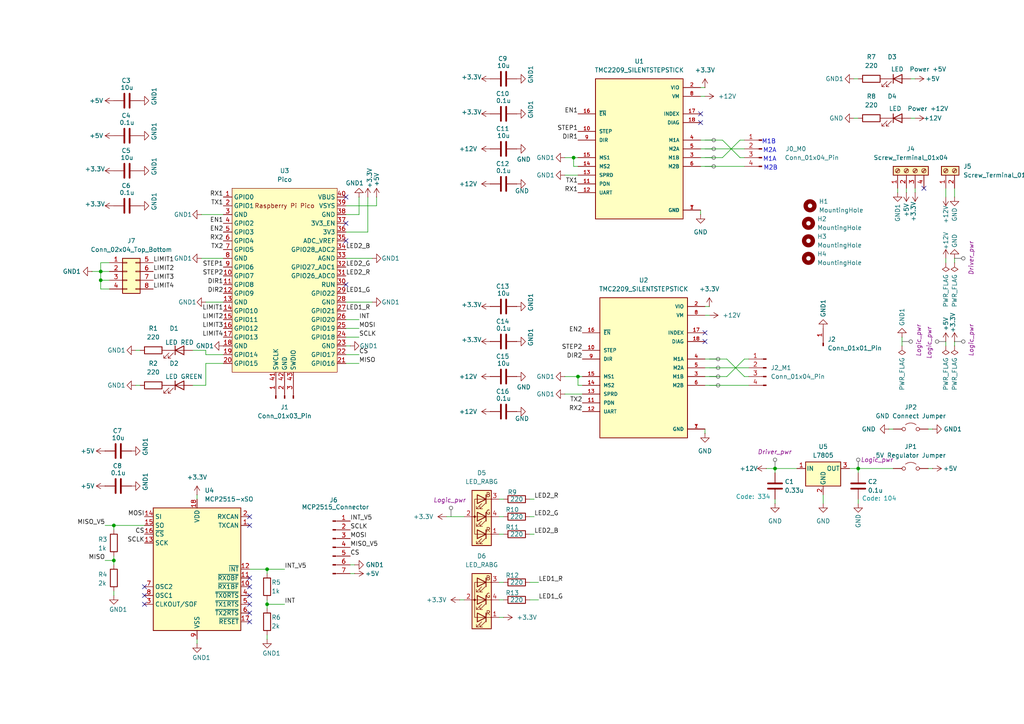
<source format=kicad_sch>
(kicad_sch
	(version 20231120)
	(generator "eeschema")
	(generator_version "8.0")
	(uuid "90dced96-5d07-4d57-bb67-2235982cd548")
	(paper "A4")
	(title_block
		(title "Motor Driver Breakout v2")
		(date "2024-10-12")
		(rev "v.2.3")
		(comment 1 "(Produced)")
		(comment 3 "Technology: THT")
		(comment 4 "Author: AlexanderHD27")
	)
	
	(junction
		(at 33.02 162.56)
		(diameter 0)
		(color 0 0 0 0)
		(uuid "15829f3b-5527-4ed3-aaab-1a40187aa84e")
	)
	(junction
		(at 77.47 165.1)
		(diameter 0)
		(color 0 0 0 0)
		(uuid "17e35a04-f012-4873-9b23-4fd2ba05d8a9")
	)
	(junction
		(at 29.21 81.28)
		(diameter 0)
		(color 0 0 0 0)
		(uuid "3f06b26f-e006-46fc-a5f9-b49616a87907")
	)
	(junction
		(at 224.79 135.89)
		(diameter 0)
		(color 0 0 0 0)
		(uuid "3f466fcf-8c63-4784-a82e-b8c72dbf6ef2")
	)
	(junction
		(at 77.47 175.26)
		(diameter 0)
		(color 0 0 0 0)
		(uuid "456fbb8c-cf9b-4fe2-968b-ee8f15d83766")
	)
	(junction
		(at 166.37 45.72)
		(diameter 0)
		(color 0 0 0 0)
		(uuid "4e519f82-83d6-4c11-8d8f-80c94daf5d79")
	)
	(junction
		(at 248.92 135.89)
		(diameter 0)
		(color 0 0 0 0)
		(uuid "a499c5f1-c516-49d3-8df5-655c5b902684")
	)
	(junction
		(at 167.64 109.22)
		(diameter 0)
		(color 0 0 0 0)
		(uuid "cd940cc8-2073-42bb-9455-0a501d397824")
	)
	(junction
		(at 29.21 78.74)
		(diameter 0)
		(color 0 0 0 0)
		(uuid "d81c6516-d57b-466c-a2b5-eda0417c7ffc")
	)
	(junction
		(at 33.02 152.4)
		(diameter 0)
		(color 0 0 0 0)
		(uuid "ec71427f-cc00-4457-a738-b336729115a5")
	)
	(no_connect
		(at 72.39 167.64)
		(uuid "034f2939-4ff2-4b0f-885b-e36e9c143e09")
	)
	(no_connect
		(at 72.39 180.34)
		(uuid "12528b49-c331-4a31-b509-3d56956ab2fc")
	)
	(no_connect
		(at 72.39 175.26)
		(uuid "2c461004-0b26-4817-8f86-1e14c87b8f5c")
	)
	(no_connect
		(at 203.2 35.56)
		(uuid "2d88fac3-e5aa-44e4-9afc-efcf8076961a")
	)
	(no_connect
		(at 100.33 69.85)
		(uuid "76ae335e-a553-43ce-88a1-74993cf40ff4")
	)
	(no_connect
		(at 72.39 172.72)
		(uuid "7a93d0f5-eeb5-464e-867a-2f144276d2d8")
	)
	(no_connect
		(at 72.39 149.86)
		(uuid "7aab7ae3-2871-4d55-a91b-3e3ea1be564d")
	)
	(no_connect
		(at 204.47 96.52)
		(uuid "7dca21d0-9ee2-4402-b42d-4b073680e098")
	)
	(no_connect
		(at 41.91 170.18)
		(uuid "7df032cf-7d74-4cba-9311-b57f07b83085")
	)
	(no_connect
		(at 41.91 175.26)
		(uuid "84267940-c560-4995-9b4f-e470b89c9bf5")
	)
	(no_connect
		(at 203.2 33.02)
		(uuid "968164f6-a7d2-4973-8078-f81228999e70")
	)
	(no_connect
		(at 100.33 64.77)
		(uuid "96f1504f-29b7-4e0f-a654-a5cb6115dbfc")
	)
	(no_connect
		(at 72.39 152.4)
		(uuid "a42cce64-de70-4334-a968-17f7c9023f89")
	)
	(no_connect
		(at 267.97 54.61)
		(uuid "a62da8d0-152c-4ced-8677-3aba2a7b92b7")
	)
	(no_connect
		(at 100.33 82.55)
		(uuid "accd0e2f-3309-4d93-9f9b-b0cb8fc388df")
	)
	(no_connect
		(at 204.47 99.06)
		(uuid "bcfb58fa-5a4a-4574-a51c-2bb68231a0a6")
	)
	(no_connect
		(at 72.39 177.8)
		(uuid "d4ee051a-66ad-40f4-8404-3ce6683116cb")
	)
	(no_connect
		(at 100.33 57.15)
		(uuid "d65ed413-8058-40ef-a188-0e2303ff5bdb")
	)
	(no_connect
		(at 41.91 172.72)
		(uuid "db483ea2-33ff-450a-8ced-f5c77fff50e6")
	)
	(no_connect
		(at 72.39 170.18)
		(uuid "ef1a8b23-6703-4c94-804b-3d2fe40e977e")
	)
	(wire
		(pts
			(xy 29.21 76.2) (xy 29.21 78.74)
		)
		(stroke
			(width 0)
			(type default)
		)
		(uuid "009c6fb9-7761-47ac-a417-bcb4762d4975")
	)
	(wire
		(pts
			(xy 214.63 40.64) (xy 215.9 40.64)
		)
		(stroke
			(width 0)
			(type default)
		)
		(uuid "0271f619-3436-4698-a20f-1890de3b8820")
	)
	(wire
		(pts
			(xy 77.47 185.42) (xy 77.47 184.15)
		)
		(stroke
			(width 0)
			(type default)
		)
		(uuid "05cadede-f226-4782-ae45-bd0fd9b2d2f9")
	)
	(wire
		(pts
			(xy 64.77 102.87) (xy 59.69 102.87)
		)
		(stroke
			(width 0)
			(type default)
		)
		(uuid "05f3a840-e4de-4e7f-a266-df2330c97fd0")
	)
	(wire
		(pts
			(xy 30.48 162.56) (xy 33.02 162.56)
		)
		(stroke
			(width 0)
			(type default)
		)
		(uuid "06de259b-8e4d-4aa4-8638-2110bc27f523")
	)
	(wire
		(pts
			(xy 59.69 111.76) (xy 59.69 105.41)
		)
		(stroke
			(width 0)
			(type default)
		)
		(uuid "074d874a-14c1-4cd7-8582-8bd5900b15d4")
	)
	(wire
		(pts
			(xy 58.42 74.93) (xy 64.77 74.93)
		)
		(stroke
			(width 0)
			(type default)
		)
		(uuid "0790aecc-fca8-48fa-bf42-1089f9c5282d")
	)
	(wire
		(pts
			(xy 107.95 87.63) (xy 100.33 87.63)
		)
		(stroke
			(width 0)
			(type default)
		)
		(uuid "0d5a23c6-7cca-4e2a-b74b-be0ff4c283ad")
	)
	(wire
		(pts
			(xy 265.43 34.29) (xy 264.16 34.29)
		)
		(stroke
			(width 0)
			(type default)
		)
		(uuid "0d6fa5b5-4284-4868-afaf-6c924f9c7b8e")
	)
	(wire
		(pts
			(xy 204.47 109.22) (xy 210.82 109.22)
		)
		(stroke
			(width 0)
			(type default)
		)
		(uuid "0ee8b6e8-c425-4554-8b03-499b7b48bb8b")
	)
	(wire
		(pts
			(xy 156.21 168.91) (xy 153.67 168.91)
		)
		(stroke
			(width 0)
			(type default)
		)
		(uuid "10f1b1c0-1802-4829-83e8-8dfaeaced5eb")
	)
	(wire
		(pts
			(xy 39.37 101.6) (xy 40.64 101.6)
		)
		(stroke
			(width 0)
			(type default)
		)
		(uuid "11f91f56-f3d9-45e5-abfa-79af02cd5584")
	)
	(wire
		(pts
			(xy 265.43 54.61) (xy 265.43 55.88)
		)
		(stroke
			(width 0)
			(type default)
		)
		(uuid "122777ad-b8e1-4a56-9466-1b93b8f0e94d")
	)
	(wire
		(pts
			(xy 33.02 162.56) (xy 33.02 163.83)
		)
		(stroke
			(width 0)
			(type default)
		)
		(uuid "130d85ba-90d4-4e3c-9f37-429231ecbbc0")
	)
	(wire
		(pts
			(xy 222.25 135.89) (xy 224.79 135.89)
		)
		(stroke
			(width 0)
			(type default)
		)
		(uuid "146e6bbe-3b75-444d-a508-67c6439d80fe")
	)
	(wire
		(pts
			(xy 29.21 81.28) (xy 31.75 81.28)
		)
		(stroke
			(width 0)
			(type default)
		)
		(uuid "172481bf-52aa-4cc8-ab0f-85efeb25b584")
	)
	(wire
		(pts
			(xy 209.55 40.64) (xy 214.63 45.72)
		)
		(stroke
			(width 0)
			(type default)
		)
		(uuid "1a7bb483-26be-4416-aec2-fe502a86c9b9")
	)
	(wire
		(pts
			(xy 101.6 100.33) (xy 100.33 100.33)
		)
		(stroke
			(width 0)
			(type default)
		)
		(uuid "1b6ce8af-52d1-4eb7-abcf-8cb9b64b522a")
	)
	(wire
		(pts
			(xy 146.05 149.86) (xy 144.78 149.86)
		)
		(stroke
			(width 0)
			(type default)
		)
		(uuid "231b159b-5225-4938-8be1-75f683e43e58")
	)
	(wire
		(pts
			(xy 231.14 135.89) (xy 224.79 135.89)
		)
		(stroke
			(width 0)
			(type default)
		)
		(uuid "261dea29-ab61-40f4-ac77-c3acd4a0d051")
	)
	(wire
		(pts
			(xy 214.63 45.72) (xy 215.9 45.72)
		)
		(stroke
			(width 0)
			(type default)
		)
		(uuid "2d2ea7f7-b3e3-48da-936b-7d0c4df5523b")
	)
	(wire
		(pts
			(xy 265.43 22.86) (xy 264.16 22.86)
		)
		(stroke
			(width 0)
			(type default)
		)
		(uuid "2db1c7e5-4829-4c92-b103-c6d8421ad5b8")
	)
	(wire
		(pts
			(xy 205.74 91.44) (xy 204.47 91.44)
		)
		(stroke
			(width 0)
			(type default)
		)
		(uuid "2e502f4c-f8ab-4a34-9d74-f1722700f0bf")
	)
	(wire
		(pts
			(xy 146.05 168.91) (xy 144.78 168.91)
		)
		(stroke
			(width 0)
			(type default)
		)
		(uuid "3365567e-641a-4697-9b85-f82ce168424f")
	)
	(wire
		(pts
			(xy 106.68 67.31) (xy 100.33 67.31)
		)
		(stroke
			(width 0)
			(type default)
		)
		(uuid "336e7e0b-beb9-446c-8794-bc060c8d6305")
	)
	(wire
		(pts
			(xy 215.9 104.14) (xy 217.17 104.14)
		)
		(stroke
			(width 0)
			(type default)
		)
		(uuid "3658f843-2e24-4f1d-b272-9260a8a7e4e5")
	)
	(wire
		(pts
			(xy 77.47 175.26) (xy 82.55 175.26)
		)
		(stroke
			(width 0)
			(type default)
		)
		(uuid "3b1611b7-9b51-4356-b99e-e21d23a5529f")
	)
	(wire
		(pts
			(xy 29.21 81.28) (xy 29.21 83.82)
		)
		(stroke
			(width 0)
			(type default)
		)
		(uuid "3bd5557c-7248-432a-9a52-a3b54d765c72")
	)
	(wire
		(pts
			(xy 167.64 111.76) (xy 168.91 111.76)
		)
		(stroke
			(width 0)
			(type default)
		)
		(uuid "3fe021c6-7e2e-4641-a68f-d5bcbe4b8fd9")
	)
	(wire
		(pts
			(xy 203.2 62.23) (xy 203.2 60.96)
		)
		(stroke
			(width 0)
			(type default)
		)
		(uuid "3fe30b5f-d39d-4e74-acdb-f886f12cc194")
	)
	(wire
		(pts
			(xy 274.32 100.33) (xy 274.32 99.06)
		)
		(stroke
			(width 0)
			(type default)
		)
		(uuid "4285098d-0475-4eb8-9cdd-348aa931c724")
	)
	(wire
		(pts
			(xy 77.47 165.1) (xy 77.47 166.37)
		)
		(stroke
			(width 0)
			(type default)
		)
		(uuid "429174b9-7ed1-4509-baa7-679b7771c646")
	)
	(wire
		(pts
			(xy 31.75 76.2) (xy 29.21 76.2)
		)
		(stroke
			(width 0)
			(type default)
		)
		(uuid "4775dcbf-bd36-4456-aaec-00aee95b1a88")
	)
	(wire
		(pts
			(xy 154.94 154.94) (xy 153.67 154.94)
		)
		(stroke
			(width 0)
			(type default)
		)
		(uuid "48123b85-c535-4c0b-8b4f-5c438df760eb")
	)
	(wire
		(pts
			(xy 247.65 22.86) (xy 248.92 22.86)
		)
		(stroke
			(width 0)
			(type default)
		)
		(uuid "49e804eb-3518-4b54-a79a-758b852f5cd1")
	)
	(wire
		(pts
			(xy 100.33 92.71) (xy 104.14 92.71)
		)
		(stroke
			(width 0)
			(type default)
		)
		(uuid "4aa9de11-92cc-4e29-9db5-a36ec184c785")
	)
	(wire
		(pts
			(xy 154.94 149.86) (xy 153.67 149.86)
		)
		(stroke
			(width 0)
			(type default)
		)
		(uuid "4c3a6a34-17ed-439f-9040-84c19ed4764e")
	)
	(wire
		(pts
			(xy 146.05 173.99) (xy 144.78 173.99)
		)
		(stroke
			(width 0)
			(type default)
		)
		(uuid "4c425e0c-fac7-40ff-8bf4-676621391c2a")
	)
	(wire
		(pts
			(xy 210.82 109.22) (xy 215.9 104.14)
		)
		(stroke
			(width 0)
			(type default)
		)
		(uuid "4ce963fc-b2f2-4b37-9180-d27207b87dc1")
	)
	(wire
		(pts
			(xy 248.92 135.89) (xy 248.92 137.16)
		)
		(stroke
			(width 0)
			(type default)
		)
		(uuid "4ec75e80-2776-4643-834a-fc1ad2b7f829")
	)
	(wire
		(pts
			(xy 133.35 173.99) (xy 134.62 173.99)
		)
		(stroke
			(width 0)
			(type default)
		)
		(uuid "4efa6d5c-49d6-4799-97d0-78db2b5da127")
	)
	(wire
		(pts
			(xy 238.76 146.05) (xy 238.76 143.51)
		)
		(stroke
			(width 0)
			(type default)
		)
		(uuid "5365fdaf-6130-4786-8282-436ee9bf8c9e")
	)
	(wire
		(pts
			(xy 262.89 54.61) (xy 262.89 55.88)
		)
		(stroke
			(width 0)
			(type default)
		)
		(uuid "53b1a66e-1158-44f6-b266-e0d8da7b3ac4")
	)
	(wire
		(pts
			(xy 204.47 106.68) (xy 217.17 106.68)
		)
		(stroke
			(width 0)
			(type default)
		)
		(uuid "54dd8cf9-aee0-42ff-b363-2185279b4782")
	)
	(wire
		(pts
			(xy 205.74 88.9) (xy 204.47 88.9)
		)
		(stroke
			(width 0)
			(type default)
		)
		(uuid "54e3aba6-bc77-4327-aab2-4bad9d0b0633")
	)
	(wire
		(pts
			(xy 163.83 50.8) (xy 167.64 50.8)
		)
		(stroke
			(width 0)
			(type default)
		)
		(uuid "555be991-223c-4173-8f4c-d8284bc78e29")
	)
	(wire
		(pts
			(xy 166.37 45.72) (xy 167.64 45.72)
		)
		(stroke
			(width 0)
			(type default)
		)
		(uuid "5696f602-a676-4440-a78c-c8d0c9827ed1")
	)
	(wire
		(pts
			(xy 107.95 74.93) (xy 100.33 74.93)
		)
		(stroke
			(width 0)
			(type default)
		)
		(uuid "59eff9fb-d7dc-4579-b8eb-a3535fbf0205")
	)
	(wire
		(pts
			(xy 204.47 125.73) (xy 204.47 124.46)
		)
		(stroke
			(width 0)
			(type default)
		)
		(uuid "5ba688fe-332e-46ed-a1ac-b74466439579")
	)
	(wire
		(pts
			(xy 167.64 109.22) (xy 167.64 111.76)
		)
		(stroke
			(width 0)
			(type default)
		)
		(uuid "5f5cc69e-ec49-43f7-9eeb-e26f5904bd23")
	)
	(wire
		(pts
			(xy 146.05 154.94) (xy 144.78 154.94)
		)
		(stroke
			(width 0)
			(type default)
		)
		(uuid "6110f656-ccf1-49f7-84d9-7c79485734a2")
	)
	(wire
		(pts
			(xy 77.47 165.1) (xy 82.55 165.1)
		)
		(stroke
			(width 0)
			(type default)
		)
		(uuid "65c003ea-1ef2-44c7-bf2d-969a36596d0d")
	)
	(wire
		(pts
			(xy 259.08 135.89) (xy 248.92 135.89)
		)
		(stroke
			(width 0)
			(type default)
		)
		(uuid "6c0b3567-c637-435c-be86-2ee3632a70f0")
	)
	(wire
		(pts
			(xy 261.62 100.33) (xy 261.62 97.79)
		)
		(stroke
			(width 0)
			(type default)
		)
		(uuid "6c18cf9d-5bf9-4198-94e0-08561a40b7a1")
	)
	(wire
		(pts
			(xy 77.47 175.26) (xy 77.47 176.53)
		)
		(stroke
			(width 0)
			(type default)
		)
		(uuid "6e83342a-3042-4fc0-9440-d1fe54542f1b")
	)
	(wire
		(pts
			(xy 102.87 166.37) (xy 101.6 166.37)
		)
		(stroke
			(width 0)
			(type default)
		)
		(uuid "6eca8924-0cf1-439f-ac84-33290ad86156")
	)
	(wire
		(pts
			(xy 156.21 173.99) (xy 153.67 173.99)
		)
		(stroke
			(width 0)
			(type default)
		)
		(uuid "6f2bf074-c19b-4557-9519-d2284e26253d")
	)
	(wire
		(pts
			(xy 146.05 179.07) (xy 144.78 179.07)
		)
		(stroke
			(width 0)
			(type default)
		)
		(uuid "7148a7e0-6eb2-4b9b-b9b4-eb61d3cb5a39")
	)
	(wire
		(pts
			(xy 270.51 124.46) (xy 269.24 124.46)
		)
		(stroke
			(width 0)
			(type default)
		)
		(uuid "7213be12-63c0-45ef-8573-5ca9d8138451")
	)
	(wire
		(pts
			(xy 257.81 124.46) (xy 259.08 124.46)
		)
		(stroke
			(width 0)
			(type default)
		)
		(uuid "72b71df4-9ef9-474f-8946-9b478c0600a6")
	)
	(wire
		(pts
			(xy 163.83 109.22) (xy 167.64 109.22)
		)
		(stroke
			(width 0)
			(type default)
		)
		(uuid "73bb8cf9-1e74-4d32-9c32-b4b481e7d9e7")
	)
	(wire
		(pts
			(xy 104.14 62.23) (xy 100.33 62.23)
		)
		(stroke
			(width 0)
			(type default)
		)
		(uuid "764ac0c5-3b3d-441e-8192-86d8a7876c96")
	)
	(wire
		(pts
			(xy 276.86 99.06) (xy 276.86 100.33)
		)
		(stroke
			(width 0)
			(type default)
		)
		(uuid "778da3e5-9138-4b3c-8f05-c94a929bc669")
	)
	(wire
		(pts
			(xy 59.69 105.41) (xy 64.77 105.41)
		)
		(stroke
			(width 0)
			(type default)
		)
		(uuid "7a6a1120-4023-428e-a3a7-7e7351a7e40b")
	)
	(wire
		(pts
			(xy 260.35 54.61) (xy 260.35 55.88)
		)
		(stroke
			(width 0)
			(type default)
		)
		(uuid "7ec4805f-2183-498c-a16d-5d923d863f8d")
	)
	(wire
		(pts
			(xy 210.82 104.14) (xy 215.9 109.22)
		)
		(stroke
			(width 0)
			(type default)
		)
		(uuid "7f81d36a-0f62-483f-8c6e-fb872d0e0caa")
	)
	(wire
		(pts
			(xy 41.91 152.4) (xy 33.02 152.4)
		)
		(stroke
			(width 0)
			(type default)
		)
		(uuid "7fba0cb6-1849-4aae-814f-8970451e390e")
	)
	(wire
		(pts
			(xy 274.32 54.61) (xy 274.32 57.15)
		)
		(stroke
			(width 0)
			(type default)
		)
		(uuid "8242ed4f-b91a-40ac-b568-b7cd9b5d9712")
	)
	(wire
		(pts
			(xy 246.38 135.89) (xy 248.92 135.89)
		)
		(stroke
			(width 0)
			(type default)
		)
		(uuid "869e7315-07dd-4cdc-b42c-368f51e902eb")
	)
	(wire
		(pts
			(xy 39.37 111.76) (xy 40.64 111.76)
		)
		(stroke
			(width 0)
			(type default)
		)
		(uuid "8ca88cd4-2e80-4daa-a90c-3ed79856cc20")
	)
	(wire
		(pts
			(xy 55.88 111.76) (xy 59.69 111.76)
		)
		(stroke
			(width 0)
			(type default)
		)
		(uuid "8cc5cbf3-a83a-47ac-962e-658400554088")
	)
	(wire
		(pts
			(xy 163.83 45.72) (xy 166.37 45.72)
		)
		(stroke
			(width 0)
			(type default)
		)
		(uuid "90498bee-f079-4c0d-8156-5e4f9f3428c2")
	)
	(wire
		(pts
			(xy 26.67 78.74) (xy 29.21 78.74)
		)
		(stroke
			(width 0)
			(type default)
		)
		(uuid "9b00d196-d880-42da-8e71-c30a02109d3b")
	)
	(wire
		(pts
			(xy 106.68 57.15) (xy 106.68 67.31)
		)
		(stroke
			(width 0)
			(type default)
		)
		(uuid "9de6e157-646f-46d6-aec7-5ad9f1043a35")
	)
	(wire
		(pts
			(xy 204.47 27.94) (xy 203.2 27.94)
		)
		(stroke
			(width 0)
			(type default)
		)
		(uuid "a1d1c4f3-24e4-4d40-b06d-5feb6bda70eb")
	)
	(wire
		(pts
			(xy 59.69 87.63) (xy 64.77 87.63)
		)
		(stroke
			(width 0)
			(type default)
		)
		(uuid "a25c72d2-c9e8-43bd-a667-327d33768946")
	)
	(wire
		(pts
			(xy 203.2 48.26) (xy 215.9 48.26)
		)
		(stroke
			(width 0)
			(type default)
		)
		(uuid "a2af804d-b0c3-4bfb-ac4a-713c334aa448")
	)
	(wire
		(pts
			(xy 57.15 143.51) (xy 57.15 144.78)
		)
		(stroke
			(width 0)
			(type default)
		)
		(uuid "a4213d17-1dd9-44b3-8d60-1d58a728e4ee")
	)
	(wire
		(pts
			(xy 29.21 78.74) (xy 31.75 78.74)
		)
		(stroke
			(width 0)
			(type default)
		)
		(uuid "a598e6eb-1dbf-4e36-b1be-ebeb009ff1bd")
	)
	(wire
		(pts
			(xy 167.64 109.22) (xy 168.91 109.22)
		)
		(stroke
			(width 0)
			(type default)
		)
		(uuid "a98d3a86-9b09-4183-a51f-48f0fa3e0d4a")
	)
	(wire
		(pts
			(xy 224.79 135.89) (xy 224.79 137.16)
		)
		(stroke
			(width 0)
			(type default)
		)
		(uuid "aab0b619-8322-4b77-b376-d504e4a34fae")
	)
	(wire
		(pts
			(xy 100.33 105.41) (xy 104.14 105.41)
		)
		(stroke
			(width 0)
			(type default)
		)
		(uuid "acdf96d5-9622-43d2-8c8e-2451e4403028")
	)
	(wire
		(pts
			(xy 163.83 114.3) (xy 168.91 114.3)
		)
		(stroke
			(width 0)
			(type default)
		)
		(uuid "ada4baa1-9a06-4d66-81b3-e7e82276a5e7")
	)
	(wire
		(pts
			(xy 100.33 59.69) (xy 109.22 59.69)
		)
		(stroke
			(width 0)
			(type default)
		)
		(uuid "af39f8b6-0ea9-402d-90cc-2ff4d966d083")
	)
	(wire
		(pts
			(xy 109.22 57.15) (xy 109.22 59.69)
		)
		(stroke
			(width 0)
			(type default)
		)
		(uuid "aff909fd-138a-4ba7-84b9-ba16f8bb5f70")
	)
	(wire
		(pts
			(xy 204.47 25.4) (xy 203.2 25.4)
		)
		(stroke
			(width 0)
			(type default)
		)
		(uuid "b100018a-8c04-485d-810b-8c850029e82f")
	)
	(wire
		(pts
			(xy 214.63 40.64) (xy 209.55 45.72)
		)
		(stroke
			(width 0)
			(type default)
		)
		(uuid "b6f196f2-1f12-47cf-9e18-c148e8482dfb")
	)
	(wire
		(pts
			(xy 58.42 62.23) (xy 64.77 62.23)
		)
		(stroke
			(width 0)
			(type default)
		)
		(uuid "b7889175-967b-4df8-82a3-ac1c1de7d47b")
	)
	(wire
		(pts
			(xy 100.33 97.79) (xy 104.14 97.79)
		)
		(stroke
			(width 0)
			(type default)
		)
		(uuid "b92be325-5225-431e-8350-c5d92e6426af")
	)
	(wire
		(pts
			(xy 104.14 57.15) (xy 104.14 62.23)
		)
		(stroke
			(width 0)
			(type default)
		)
		(uuid "b934969c-c4a1-4ea3-b22d-87b27f5732e7")
	)
	(wire
		(pts
			(xy 215.9 109.22) (xy 217.17 109.22)
		)
		(stroke
			(width 0)
			(type default)
		)
		(uuid "bb1bb44d-8bd1-4642-acf2-85ede05b483e")
	)
	(wire
		(pts
			(xy 203.2 43.18) (xy 215.9 43.18)
		)
		(stroke
			(width 0)
			(type default)
		)
		(uuid "c02b2746-e3bc-4de3-b2c9-9552aacbef06")
	)
	(wire
		(pts
			(xy 29.21 78.74) (xy 29.21 81.28)
		)
		(stroke
			(width 0)
			(type default)
		)
		(uuid "c7b91f5f-a9f1-4359-8d3b-5c7567117f06")
	)
	(wire
		(pts
			(xy 247.65 34.29) (xy 248.92 34.29)
		)
		(stroke
			(width 0)
			(type default)
		)
		(uuid "cd7dbda4-aeb7-473c-9965-58f0645875b0")
	)
	(wire
		(pts
			(xy 209.55 45.72) (xy 203.2 45.72)
		)
		(stroke
			(width 0)
			(type default)
		)
		(uuid "ce6edff1-3750-49f7-b2a6-78654e3c74b4")
	)
	(wire
		(pts
			(xy 248.92 144.78) (xy 248.92 146.05)
		)
		(stroke
			(width 0)
			(type default)
		)
		(uuid "cf4510d7-d321-41d0-ab55-29055a6455b2")
	)
	(wire
		(pts
			(xy 224.79 144.78) (xy 224.79 146.05)
		)
		(stroke
			(width 0)
			(type default)
		)
		(uuid "cf52e88f-61a6-47fb-8426-cce393b79c1d")
	)
	(wire
		(pts
			(xy 30.48 152.4) (xy 33.02 152.4)
		)
		(stroke
			(width 0)
			(type default)
		)
		(uuid "d0a561bc-7cd9-4af8-b46f-f9a4c0cbe971")
	)
	(wire
		(pts
			(xy 203.2 40.64) (xy 209.55 40.64)
		)
		(stroke
			(width 0)
			(type default)
		)
		(uuid "d3a61286-244d-4394-857a-0bd55eac0b60")
	)
	(wire
		(pts
			(xy 204.47 111.76) (xy 217.17 111.76)
		)
		(stroke
			(width 0)
			(type default)
		)
		(uuid "d3aa9fe2-8b18-4139-ac59-3129081877d2")
	)
	(wire
		(pts
			(xy 72.39 165.1) (xy 77.47 165.1)
		)
		(stroke
			(width 0)
			(type default)
		)
		(uuid "d46cfaac-f38b-463c-b7d9-945df96e8640")
	)
	(wire
		(pts
			(xy 77.47 173.99) (xy 77.47 175.26)
		)
		(stroke
			(width 0)
			(type default)
		)
		(uuid "dcdf142d-4d4e-4bd9-9876-874551aa5636")
	)
	(wire
		(pts
			(xy 144.78 144.78) (xy 146.05 144.78)
		)
		(stroke
			(width 0)
			(type default)
		)
		(uuid "de0945a3-4b68-4d52-97f0-821eed81b1bc")
	)
	(wire
		(pts
			(xy 33.02 161.29) (xy 33.02 162.56)
		)
		(stroke
			(width 0)
			(type default)
		)
		(uuid "de69a77a-f39b-45f3-ad08-07eedc5a56b0")
	)
	(wire
		(pts
			(xy 55.88 101.6) (xy 59.69 101.6)
		)
		(stroke
			(width 0)
			(type default)
		)
		(uuid "e128fa68-7387-4a7f-8ffd-c0b07ef99f98")
	)
	(wire
		(pts
			(xy 33.02 152.4) (xy 33.02 153.67)
		)
		(stroke
			(width 0)
			(type default)
		)
		(uuid "e4a58fc5-810e-4b8c-99a9-16d2d12415b9")
	)
	(wire
		(pts
			(xy 102.87 163.83) (xy 101.6 163.83)
		)
		(stroke
			(width 0)
			(type default)
		)
		(uuid "e4dd2552-c379-4be5-a307-3a73acc7ae5f")
	)
	(wire
		(pts
			(xy 270.51 135.89) (xy 269.24 135.89)
		)
		(stroke
			(width 0)
			(type default)
		)
		(uuid "e82d5688-924c-43ee-a8dd-1355be56682f")
	)
	(wire
		(pts
			(xy 276.86 76.2) (xy 276.86 74.93)
		)
		(stroke
			(width 0)
			(type default)
		)
		(uuid "e8a226e5-079d-485d-8279-4869152a7736")
	)
	(wire
		(pts
			(xy 100.33 95.25) (xy 104.14 95.25)
		)
		(stroke
			(width 0)
			(type default)
		)
		(uuid "ea800045-404e-439e-912b-f29fa31e3ed1")
	)
	(wire
		(pts
			(xy 154.94 144.78) (xy 153.67 144.78)
		)
		(stroke
			(width 0)
			(type default)
		)
		(uuid "ee1c0399-6265-4a85-a591-942efeb1efaf")
	)
	(wire
		(pts
			(xy 100.33 102.87) (xy 104.14 102.87)
		)
		(stroke
			(width 0)
			(type default)
		)
		(uuid "f350f795-937f-4273-a1d1-a1bc6fc424b9")
	)
	(wire
		(pts
			(xy 276.86 54.61) (xy 276.86 57.15)
		)
		(stroke
			(width 0)
			(type default)
		)
		(uuid "f550c432-2aab-4c87-91be-7e151133c13b")
	)
	(wire
		(pts
			(xy 274.32 76.2) (xy 274.32 74.93)
		)
		(stroke
			(width 0)
			(type default)
		)
		(uuid "f68599f0-0f28-4849-9912-baa43f1145d2")
	)
	(wire
		(pts
			(xy 33.02 172.72) (xy 33.02 171.45)
		)
		(stroke
			(width 0)
			(type default)
		)
		(uuid "f6d98fd7-d484-4978-ba0a-a3e93a638296")
	)
	(wire
		(pts
			(xy 166.37 48.26) (xy 167.64 48.26)
		)
		(stroke
			(width 0)
			(type default)
		)
		(uuid "f7916cae-24d2-4686-bff7-4e0e37410061")
	)
	(wire
		(pts
			(xy 29.21 83.82) (xy 31.75 83.82)
		)
		(stroke
			(width 0)
			(type default)
		)
		(uuid "f7d7fb66-43ba-4eca-a695-7b38adc2b909")
	)
	(wire
		(pts
			(xy 166.37 45.72) (xy 166.37 48.26)
		)
		(stroke
			(width 0)
			(type default)
		)
		(uuid "f81a0d47-48b9-4e76-8741-f5b995ed2a09")
	)
	(wire
		(pts
			(xy 204.47 104.14) (xy 210.82 104.14)
		)
		(stroke
			(width 0)
			(type default)
		)
		(uuid "fb1b840f-3807-4109-8ee7-bf0b6f4bfd06")
	)
	(wire
		(pts
			(xy 57.15 186.69) (xy 57.15 185.42)
		)
		(stroke
			(width 0)
			(type default)
		)
		(uuid "fbd276ec-fe4d-4097-a5b9-eb621a5d54dd")
	)
	(wire
		(pts
			(xy 129.54 149.86) (xy 134.62 149.86)
		)
		(stroke
			(width 0)
			(type default)
		)
		(uuid "fe93f668-c55b-4598-a638-377e7b866a20")
	)
	(wire
		(pts
			(xy 59.69 102.87) (xy 59.69 101.6)
		)
		(stroke
			(width 0)
			(type default)
		)
		(uuid "ffe99054-04e3-49c1-a06d-29b9b8cef864")
	)
	(text "M1A\n"
		(exclude_from_sim no)
		(at 223.266 46.228 0)
		(effects
			(font
				(size 1.27 1.27)
			)
		)
		(uuid "51989e10-37f6-481e-8778-b5a1f575b7a9")
	)
	(text "Code: 334"
		(exclude_from_sim no)
		(at 218.44 144.272 0)
		(effects
			(font
				(size 1.27 1.27)
				(color 0 132 132 1)
			)
		)
		(uuid "5cb8e02e-4e15-4a5d-bbda-fdcb126b6630")
	)
	(text "M1B"
		(exclude_from_sim no)
		(at 223.012 41.148 0)
		(effects
			(font
				(size 1.27 1.27)
			)
		)
		(uuid "840b2d86-c7f5-4f11-9076-fe5f4fed18f2")
	)
	(text "M2A"
		(exclude_from_sim no)
		(at 223.266 43.688 0)
		(effects
			(font
				(size 1.27 1.27)
			)
		)
		(uuid "a56c884b-a949-4f41-817f-94b4eafc7888")
	)
	(text "Code: 104"
		(exclude_from_sim no)
		(at 255.016 144.78 0)
		(effects
			(font
				(size 1.27 1.27)
				(color 0 132 132 1)
			)
		)
		(uuid "de1687da-16f1-4c9f-93bc-d5670978de35")
	)
	(text "M2B"
		(exclude_from_sim no)
		(at 223.52 48.768 0)
		(effects
			(font
				(size 1.27 1.27)
			)
		)
		(uuid "e1130e2f-b72a-4758-a38d-5a6e891afa30")
	)
	(label "STEP1"
		(at 64.77 77.47 180)
		(fields_autoplaced yes)
		(effects
			(font
				(size 1.27 1.27)
			)
			(justify right bottom)
		)
		(uuid "08023d24-d0ed-4037-8955-f139de0acb4d")
	)
	(label "STEP2"
		(at 168.91 101.6 180)
		(fields_autoplaced yes)
		(effects
			(font
				(size 1.27 1.27)
			)
			(justify right bottom)
		)
		(uuid "0c001449-9f9b-4532-9222-07f3a2e21197")
	)
	(label "EN2"
		(at 64.77 67.31 180)
		(fields_autoplaced yes)
		(effects
			(font
				(size 1.27 1.27)
			)
			(justify right bottom)
		)
		(uuid "0f1c07d8-d24b-41ef-873b-a0a8aae7ec4e")
	)
	(label "DIR2"
		(at 64.77 85.09 180)
		(fields_autoplaced yes)
		(effects
			(font
				(size 1.27 1.27)
			)
			(justify right bottom)
		)
		(uuid "108ec430-6f89-4393-9344-c318fae7440c")
	)
	(label "INT_V5"
		(at 82.55 165.1 0)
		(fields_autoplaced yes)
		(effects
			(font
				(size 1.27 1.27)
			)
			(justify left bottom)
		)
		(uuid "145a5396-4639-4a85-8f90-81b1d40570c0")
	)
	(label "LED1_R"
		(at 156.21 168.91 0)
		(fields_autoplaced yes)
		(effects
			(font
				(size 1.27 1.27)
			)
			(justify left bottom)
		)
		(uuid "1bae3c16-8783-464d-8216-e862074ada36")
	)
	(label "LIMIT1"
		(at 64.77 90.17 180)
		(fields_autoplaced yes)
		(effects
			(font
				(size 1.27 1.27)
			)
			(justify right bottom)
		)
		(uuid "1cf017a4-52f2-47ce-8cad-31a46028dfaf")
	)
	(label "STEP1"
		(at 167.64 38.1 180)
		(fields_autoplaced yes)
		(effects
			(font
				(size 1.27 1.27)
			)
			(justify right bottom)
		)
		(uuid "2074eb8f-74da-4be6-913c-c875a9340c6c")
	)
	(label "MOSI"
		(at 101.6 156.21 0)
		(fields_autoplaced yes)
		(effects
			(font
				(size 1.27 1.27)
			)
			(justify left bottom)
		)
		(uuid "276925a5-563d-41c2-bfca-8b19f67fe74a")
	)
	(label "LED2_B"
		(at 100.33 72.39 0)
		(fields_autoplaced yes)
		(effects
			(font
				(size 1.27 1.27)
			)
			(justify left bottom)
		)
		(uuid "293be757-df71-4260-b8e2-bbfa19f6ec69")
	)
	(label "LED2_R"
		(at 154.94 144.78 0)
		(fields_autoplaced yes)
		(effects
			(font
				(size 1.27 1.27)
			)
			(justify left bottom)
		)
		(uuid "29455db5-e3fd-4c79-99b1-0fb00c9997bd")
	)
	(label "MISO"
		(at 30.48 162.56 180)
		(fields_autoplaced yes)
		(effects
			(font
				(size 1.27 1.27)
			)
			(justify right bottom)
		)
		(uuid "2bb40536-3f6d-4fa5-913f-c968633c3170")
	)
	(label "SCLK"
		(at 101.6 153.67 0)
		(fields_autoplaced yes)
		(effects
			(font
				(size 1.27 1.27)
			)
			(justify left bottom)
		)
		(uuid "302a0b0a-191c-4fa7-a481-9974e0b0d237")
	)
	(label "LIMIT3"
		(at 64.77 95.25 180)
		(fields_autoplaced yes)
		(effects
			(font
				(size 1.27 1.27)
			)
			(justify right bottom)
		)
		(uuid "3623a3a4-3edd-429b-98b3-2d68725f64a3")
	)
	(label "LED2_G"
		(at 154.94 149.86 0)
		(fields_autoplaced yes)
		(effects
			(font
				(size 1.27 1.27)
			)
			(justify left bottom)
		)
		(uuid "43939901-1173-4518-b5f3-406dd102e96c")
	)
	(label "LED1_R"
		(at 100.33 90.17 0)
		(fields_autoplaced yes)
		(effects
			(font
				(size 1.27 1.27)
			)
			(justify left bottom)
		)
		(uuid "4b664d34-24d7-4809-b31d-fda28bf3e675")
	)
	(label "INT_V5"
		(at 101.6 151.13 0)
		(fields_autoplaced yes)
		(effects
			(font
				(size 1.27 1.27)
			)
			(justify left bottom)
		)
		(uuid "4fbf03f4-8fbf-4183-a7dc-c810ed158aec")
	)
	(label "RX2"
		(at 168.91 119.38 180)
		(fields_autoplaced yes)
		(effects
			(font
				(size 1.27 1.27)
			)
			(justify right bottom)
		)
		(uuid "513261a8-c823-431c-a162-460bc63743db")
	)
	(label "MISO_V5"
		(at 101.6 158.75 0)
		(fields_autoplaced yes)
		(effects
			(font
				(size 1.27 1.27)
			)
			(justify left bottom)
		)
		(uuid "538849f9-3408-4b14-b396-b1d5dd88c95c")
	)
	(label "TX1"
		(at 167.64 53.34 180)
		(fields_autoplaced yes)
		(effects
			(font
				(size 1.27 1.27)
			)
			(justify right bottom)
		)
		(uuid "557c0d51-9816-4ea9-b5af-24f8e7d4ed95")
	)
	(label "LIMIT2"
		(at 44.45 78.74 0)
		(fields_autoplaced yes)
		(effects
			(font
				(size 1.27 1.27)
			)
			(justify left bottom)
		)
		(uuid "5640b0a9-07ce-4125-89ee-59cba921ad1d")
	)
	(label "MOSI"
		(at 104.14 95.25 0)
		(fields_autoplaced yes)
		(effects
			(font
				(size 1.27 1.27)
			)
			(justify left bottom)
		)
		(uuid "5c3e9397-9e3b-4ed1-88c1-b4b30602c18d")
	)
	(label "EN2"
		(at 168.91 96.52 180)
		(fields_autoplaced yes)
		(effects
			(font
				(size 1.27 1.27)
			)
			(justify right bottom)
		)
		(uuid "68d8988b-96e4-4dbd-a6f4-c2324e96f432")
	)
	(label "LED2_R"
		(at 100.33 80.01 0)
		(fields_autoplaced yes)
		(effects
			(font
				(size 1.27 1.27)
			)
			(justify left bottom)
		)
		(uuid "6db0e4d3-ca10-4593-8c7c-618b2e1b7cf8")
	)
	(label "TX1"
		(at 64.77 59.69 180)
		(fields_autoplaced yes)
		(effects
			(font
				(size 1.27 1.27)
			)
			(justify right bottom)
		)
		(uuid "75eed93a-69ec-4762-87f7-67ca7494fdd5")
	)
	(label "LED1_G"
		(at 100.33 85.09 0)
		(fields_autoplaced yes)
		(effects
			(font
				(size 1.27 1.27)
			)
			(justify left bottom)
		)
		(uuid "7612a180-b009-4029-96df-04522c83d65d")
	)
	(label "CS"
		(at 101.6 161.29 0)
		(fields_autoplaced yes)
		(effects
			(font
				(size 1.27 1.27)
			)
			(justify left bottom)
		)
		(uuid "76d5245f-63ec-475a-8e79-77c134ad9ca5")
	)
	(label "RX1"
		(at 167.64 55.88 180)
		(fields_autoplaced yes)
		(effects
			(font
				(size 1.27 1.27)
			)
			(justify right bottom)
		)
		(uuid "7914704f-6a54-4012-881d-dd8fbe87fcb1")
	)
	(label "LED2_G"
		(at 100.33 77.47 0)
		(fields_autoplaced yes)
		(effects
			(font
				(size 1.27 1.27)
			)
			(justify left bottom)
		)
		(uuid "803a7f3a-4c41-4538-98f2-5436bc47476a")
	)
	(label "TX2"
		(at 168.91 116.84 180)
		(fields_autoplaced yes)
		(effects
			(font
				(size 1.27 1.27)
			)
			(justify right bottom)
		)
		(uuid "8d99e50a-7fd3-40d6-aa6f-5c62a069b682")
	)
	(label "MISO_V5"
		(at 30.48 152.4 180)
		(fields_autoplaced yes)
		(effects
			(font
				(size 1.27 1.27)
			)
			(justify right bottom)
		)
		(uuid "8dffe86c-d625-41fe-9dde-f2d84a555526")
	)
	(label "STEP2"
		(at 64.77 80.01 180)
		(fields_autoplaced yes)
		(effects
			(font
				(size 1.27 1.27)
			)
			(justify right bottom)
		)
		(uuid "97aff9b2-f3eb-4f7c-9ac9-af9380031b91")
	)
	(label "LIMIT2"
		(at 64.77 92.71 180)
		(fields_autoplaced yes)
		(effects
			(font
				(size 1.27 1.27)
			)
			(justify right bottom)
		)
		(uuid "9a215446-3ee9-44fd-9299-cd4ffaf1d3d5")
	)
	(label "RX1"
		(at 64.77 57.15 180)
		(fields_autoplaced yes)
		(effects
			(font
				(size 1.27 1.27)
			)
			(justify right bottom)
		)
		(uuid "a0348396-8058-4c22-aef0-530c1635dfdb")
	)
	(label "SCLK"
		(at 41.91 157.48 180)
		(fields_autoplaced yes)
		(effects
			(font
				(size 1.27 1.27)
			)
			(justify right bottom)
		)
		(uuid "a5271171-f1ad-44b5-bcf1-8f045032415e")
	)
	(label "INT"
		(at 104.14 92.71 0)
		(fields_autoplaced yes)
		(effects
			(font
				(size 1.27 1.27)
			)
			(justify left bottom)
		)
		(uuid "a79509c3-b45b-4f8c-8772-266a0ccb8653")
	)
	(label "EN1"
		(at 167.64 33.02 180)
		(fields_autoplaced yes)
		(effects
			(font
				(size 1.27 1.27)
			)
			(justify right bottom)
		)
		(uuid "a9d5b05d-0115-452b-8433-ba076415e001")
	)
	(label "RX2"
		(at 64.77 69.85 180)
		(fields_autoplaced yes)
		(effects
			(font
				(size 1.27 1.27)
			)
			(justify right bottom)
		)
		(uuid "b5223c49-7dd0-4550-ab81-63cd52ff3142")
	)
	(label "LIMIT4"
		(at 64.77 97.79 180)
		(fields_autoplaced yes)
		(effects
			(font
				(size 1.27 1.27)
			)
			(justify right bottom)
		)
		(uuid "b5746b0e-6a52-40b5-90b9-eb38b936fc05")
	)
	(label "DIR1"
		(at 64.77 82.55 180)
		(fields_autoplaced yes)
		(effects
			(font
				(size 1.27 1.27)
			)
			(justify right bottom)
		)
		(uuid "c5f1e0a9-cbdc-4e23-8db9-4fe79b2b5834")
	)
	(label "SCLK"
		(at 104.14 97.79 0)
		(fields_autoplaced yes)
		(effects
			(font
				(size 1.27 1.27)
			)
			(justify left bottom)
		)
		(uuid "c62751c3-4ca2-4a87-8595-831c87dcbd1f")
	)
	(label "TX2"
		(at 64.77 72.39 180)
		(fields_autoplaced yes)
		(effects
			(font
				(size 1.27 1.27)
			)
			(justify right bottom)
		)
		(uuid "c6b69cfb-a156-446e-ba6f-65bdb53282e9")
	)
	(label "LED1_G"
		(at 156.21 173.99 0)
		(fields_autoplaced yes)
		(effects
			(font
				(size 1.27 1.27)
			)
			(justify left bottom)
		)
		(uuid "c8b565d9-dc98-4c9c-9b3b-a7faefca121a")
	)
	(label "EN1"
		(at 64.77 64.77 180)
		(fields_autoplaced yes)
		(effects
			(font
				(size 1.27 1.27)
			)
			(justify right bottom)
		)
		(uuid "cf666c81-f841-4136-976d-2dec3159d8f8")
	)
	(label "INT"
		(at 82.55 175.26 0)
		(fields_autoplaced yes)
		(effects
			(font
				(size 1.27 1.27)
			)
			(justify left bottom)
		)
		(uuid "d9b704d5-6a8a-4202-bba5-441bc458425e")
	)
	(label "DIR1"
		(at 167.64 40.64 180)
		(fields_autoplaced yes)
		(effects
			(font
				(size 1.27 1.27)
			)
			(justify right bottom)
		)
		(uuid "e383b2df-bea6-41d5-9f79-929ed793192d")
	)
	(label "CS"
		(at 104.14 102.87 0)
		(fields_autoplaced yes)
		(effects
			(font
				(size 1.27 1.27)
			)
			(justify left bottom)
		)
		(uuid "e8dbf270-b636-422d-876a-141e18abad75")
	)
	(label "LIMIT3"
		(at 44.45 81.28 0)
		(fields_autoplaced yes)
		(effects
			(font
				(size 1.27 1.27)
			)
			(justify left bottom)
		)
		(uuid "ebe85545-c06f-4068-829c-8460cea62600")
	)
	(label "LIMIT4"
		(at 44.45 83.82 0)
		(fields_autoplaced yes)
		(effects
			(font
				(size 1.27 1.27)
			)
			(justify left bottom)
		)
		(uuid "ecef15a8-f9be-455b-9597-a9d575669a85")
	)
	(label "MISO"
		(at 104.14 105.41 0)
		(fields_autoplaced yes)
		(effects
			(font
				(size 1.27 1.27)
			)
			(justify left bottom)
		)
		(uuid "ee414a21-9584-4c58-8d90-e27d3b0af8b7")
	)
	(label "MOSI"
		(at 41.91 149.86 180)
		(fields_autoplaced yes)
		(effects
			(font
				(size 1.27 1.27)
			)
			(justify right bottom)
		)
		(uuid "f10049e7-f6bc-4427-aba6-58dae23fca3a")
	)
	(label "LIMIT1"
		(at 44.45 76.2 0)
		(fields_autoplaced yes)
		(effects
			(font
				(size 1.27 1.27)
			)
			(justify left bottom)
		)
		(uuid "f282f458-256c-4e1a-b8a3-62eafd1f7ed0")
	)
	(label "LED2_B"
		(at 154.94 154.94 0)
		(fields_autoplaced yes)
		(effects
			(font
				(size 1.27 1.27)
			)
			(justify left bottom)
		)
		(uuid "f381a3a1-b6e0-4784-8cfc-33d9564b4f71")
	)
	(label "DIR2"
		(at 168.91 104.14 180)
		(fields_autoplaced yes)
		(effects
			(font
				(size 1.27 1.27)
			)
			(justify right bottom)
		)
		(uuid "f8f4caf8-7b81-46f9-bb42-9e02525fe8ad")
	)
	(label "CS"
		(at 41.91 154.94 180)
		(fields_autoplaced yes)
		(effects
			(font
				(size 1.27 1.27)
			)
			(justify right bottom)
		)
		(uuid "fef462ff-583e-4455-a728-391295b61003")
	)
	(netclass_flag ""
		(length 2.54)
		(shape round)
		(at 205.74 109.22 270)
		(fields_autoplaced yes)
		(effects
			(font
				(size 1.27 1.27)
			)
			(justify right bottom)
		)
		(uuid "0ee864af-26f3-49e0-ab36-b773f12f0223")
		(property "Netclass" "Motor_pwr"
			(at 208.28 108.5215 90)
			(effects
				(font
					(size 1.27 1.27)
					(italic yes)
				)
				(justify left)
				(hide yes)
			)
		)
	)
	(netclass_flag ""
		(length 2.54)
		(shape round)
		(at 130.81 149.86 0)
		(effects
			(font
				(size 1.27 1.27)
			)
			(justify left bottom)
		)
		(uuid "14846ff5-530c-4228-b4f4-a1722fe82dc9")
		(property "Netclass" "Logic_pwr"
			(at 135.128 145.034 0)
			(effects
				(font
					(size 1.27 1.27)
					(italic yes)
				)
				(justify right)
			)
		)
	)
	(netclass_flag ""
		(length 2.54)
		(shape round)
		(at 274.32 99.06 90)
		(effects
			(font
				(size 1.27 1.27)
			)
			(justify left bottom)
		)
		(uuid "19c73778-85ce-43e3-87f9-c5a99c83292f")
		(property "Netclass" "Logic_pwr"
			(at 269.494 104.14 90)
			(effects
				(font
					(size 1.27 1.27)
					(italic yes)
				)
				(justify left)
			)
		)
	)
	(netclass_flag ""
		(length 2.54)
		(shape round)
		(at 248.92 135.89 0)
		(fields_autoplaced yes)
		(effects
			(font
				(size 1.27 1.27)
			)
			(justify left bottom)
		)
		(uuid "33a2a36c-71d5-4f9d-b46a-70295451fd37")
		(property "Netclass" "Logic_pwr"
			(at 249.6185 133.35 0)
			(effects
				(font
					(size 1.27 1.27)
					(italic yes)
				)
				(justify left)
			)
		)
	)
	(netclass_flag ""
		(length 2.54)
		(shape round)
		(at 205.74 104.14 270)
		(fields_autoplaced yes)
		(effects
			(font
				(size 1.27 1.27)
			)
			(justify right bottom)
		)
		(uuid "3756248a-a329-4a99-ba2c-6e1fdfa2b951")
		(property "Netclass" "Motor_pwr"
			(at 208.28 103.4415 90)
			(effects
				(font
					(size 1.27 1.27)
					(italic yes)
				)
				(justify left)
				(hide yes)
			)
		)
	)
	(netclass_flag ""
		(length 2.54)
		(shape round)
		(at 204.47 40.64 270)
		(fields_autoplaced yes)
		(effects
			(font
				(size 1.27 1.27)
			)
			(justify right bottom)
		)
		(uuid "518104e5-a78b-4486-b26f-b61b0e6f9ebb")
		(property "Netclass" "Motor_pwr"
			(at 207.01 39.9415 90)
			(effects
				(font
					(size 1.27 1.27)
					(italic yes)
				)
				(justify left)
				(hide yes)
			)
		)
	)
	(netclass_flag ""
		(length 2.54)
		(shape round)
		(at 204.47 43.18 270)
		(fields_autoplaced yes)
		(effects
			(font
				(size 1.27 1.27)
			)
			(justify right bottom)
		)
		(uuid "537929ce-e3c2-4156-80cc-fada3c4ce5a1")
		(property "Netclass" "Motor_pwr"
			(at 207.01 42.4815 90)
			(effects
				(font
					(size 1.27 1.27)
					(italic yes)
				)
				(justify left)
				(hide yes)
			)
		)
	)
	(netclass_flag ""
		(length 2.54)
		(shape round)
		(at 204.47 48.26 270)
		(fields_autoplaced yes)
		(effects
			(font
				(size 1.27 1.27)
			)
			(justify right bottom)
		)
		(uuid "6a9f477d-ac29-4117-9e4f-507ef89b017e")
		(property "Netclass" "Motor_pwr"
			(at 207.01 47.5615 90)
			(effects
				(font
					(size 1.27 1.27)
					(italic yes)
				)
				(justify left)
				(hide yes)
			)
		)
	)
	(netclass_flag ""
		(length 2.54)
		(shape round)
		(at 276.86 74.93 270)
		(effects
			(font
				(size 1.27 1.27)
			)
			(justify right bottom)
		)
		(uuid "712dfd20-5ac2-437a-9b18-14a2181ac921")
		(property "Netclass" "Driver_pwr"
			(at 281.686 69.85 90)
			(effects
				(font
					(size 1.27 1.27)
					(italic yes)
				)
				(justify right)
			)
		)
	)
	(netclass_flag ""
		(length 2.54)
		(shape round)
		(at 224.79 135.89 0)
		(effects
			(font
				(size 1.27 1.27)
			)
			(justify left bottom)
		)
		(uuid "88f339d9-3abe-45f4-9639-6429cd30c797")
		(property "Netclass" "Driver_pwr"
			(at 219.71 131.064 0)
			(effects
				(font
					(size 1.27 1.27)
					(italic yes)
				)
				(justify left)
			)
		)
	)
	(netclass_flag ""
		(length 2.54)
		(shape round)
		(at 205.74 106.68 270)
		(fields_autoplaced yes)
		(effects
			(font
				(size 1.27 1.27)
			)
			(justify right bottom)
		)
		(uuid "8fed53ca-23ec-42e9-a22f-a4bbdb92e184")
		(property "Netclass" "Motor_pwr"
			(at 208.28 105.9815 90)
			(effects
				(font
					(size 1.27 1.27)
					(italic yes)
				)
				(justify left)
				(hide yes)
			)
		)
	)
	(netclass_flag ""
		(length 2.54)
		(shape round)
		(at 276.86 99.06 270)
		(effects
			(font
				(size 1.27 1.27)
			)
			(justify right bottom)
		)
		(uuid "9365f142-f256-4688-baec-a4434562df6f")
		(property "Netclass" "Logic_pwr"
			(at 281.686 103.378 90)
			(effects
				(font
					(size 1.27 1.27)
					(italic yes)
				)
				(justify left)
			)
		)
	)
	(netclass_flag ""
		(length 2.54)
		(shape round)
		(at 205.74 111.76 270)
		(fields_autoplaced yes)
		(effects
			(font
				(size 1.27 1.27)
			)
			(justify right bottom)
		)
		(uuid "a3a6d8b8-229b-44a3-a108-02c10d611bed")
		(property "Netclass" "Motor_pwr"
			(at 208.28 111.0615 90)
			(effects
				(font
					(size 1.27 1.27)
					(italic yes)
				)
				(justify left)
				(hide yes)
			)
		)
	)
	(netclass_flag ""
		(length 2.54)
		(shape round)
		(at 261.62 99.06 270)
		(effects
			(font
				(size 1.27 1.27)
			)
			(justify right bottom)
		)
		(uuid "c9f9b6ac-d8e2-41d2-8bae-3727f4e24085")
		(property "Netclass" "Logic_pwr"
			(at 266.446 93.98 90)
			(effects
				(font
					(size 1.27 1.27)
					(italic yes)
				)
				(justify right)
			)
		)
	)
	(netclass_flag ""
		(length 2.54)
		(shape round)
		(at 204.47 45.72 270)
		(fields_autoplaced yes)
		(effects
			(font
				(size 1.27 1.27)
			)
			(justify right bottom)
		)
		(uuid "dd4eb4b1-6446-43ed-a7e1-380c3f46bf5d")
		(property "Netclass" "Motor_pwr"
			(at 207.01 45.0215 90)
			(effects
				(font
					(size 1.27 1.27)
					(italic yes)
				)
				(justify left)
				(hide yes)
			)
		)
	)
	(symbol
		(lib_id "Device:C")
		(at 146.05 109.22 90)
		(unit 1)
		(exclude_from_sim no)
		(in_bom yes)
		(on_board yes)
		(dnp no)
		(uuid "0070867f-d72e-45b8-8be9-59bf90e84043")
		(property "Reference" "C15"
			(at 145.796 103.378 90)
			(effects
				(font
					(size 1.27 1.27)
				)
			)
		)
		(property "Value" "10u"
			(at 146.05 105.41 90)
			(effects
				(font
					(size 1.27 1.27)
				)
			)
		)
		(property "Footprint" "Capacitor_THT:C_Radial_D5.0mm_H11.0mm_P2.00mm"
			(at 149.86 108.2548 0)
			(effects
				(font
					(size 1.27 1.27)
				)
				(hide yes)
			)
		)
		(property "Datasheet" "~"
			(at 146.05 109.22 0)
			(effects
				(font
					(size 1.27 1.27)
				)
				(hide yes)
			)
		)
		(property "Description" "Unpolarized capacitor"
			(at 146.05 109.22 0)
			(effects
				(font
					(size 1.27 1.27)
				)
				(hide yes)
			)
		)
		(pin "1"
			(uuid "5debc5e1-6f07-4f53-ab2a-4e1aa4d55d19")
		)
		(pin "2"
			(uuid "7f47ba86-efd9-4e68-93a5-c1a9c9a9f734")
		)
		(instances
			(project "motor-driver-breakout-v2"
				(path "/90dced96-5d07-4d57-bb67-2235982cd548"
					(reference "C15")
					(unit 1)
				)
			)
		)
	)
	(symbol
		(lib_id "power:PWR_FLAG")
		(at 276.86 76.2 180)
		(unit 1)
		(exclude_from_sim no)
		(in_bom yes)
		(on_board yes)
		(dnp no)
		(uuid "039b9b0e-641f-4001-8730-35f66a985636")
		(property "Reference" "#FLG04"
			(at 276.86 78.105 0)
			(effects
				(font
					(size 1.27 1.27)
				)
				(hide yes)
			)
		)
		(property "Value" "PWR_FLAG"
			(at 276.86 84.328 90)
			(effects
				(font
					(size 1.27 1.27)
				)
			)
		)
		(property "Footprint" ""
			(at 276.86 76.2 0)
			(effects
				(font
					(size 1.27 1.27)
				)
				(hide yes)
			)
		)
		(property "Datasheet" "~"
			(at 276.86 76.2 0)
			(effects
				(font
					(size 1.27 1.27)
				)
				(hide yes)
			)
		)
		(property "Description" "Special symbol for telling ERC where power comes from"
			(at 276.86 76.2 0)
			(effects
				(font
					(size 1.27 1.27)
				)
				(hide yes)
			)
		)
		(pin "1"
			(uuid "0e2ce56d-876c-4860-b058-7591b1f45f3b")
		)
		(instances
			(project "motor-driver-breakout-v2"
				(path "/90dced96-5d07-4d57-bb67-2235982cd548"
					(reference "#FLG04")
					(unit 1)
				)
			)
		)
	)
	(symbol
		(lib_id "Device:C")
		(at 36.83 29.21 90)
		(unit 1)
		(exclude_from_sim no)
		(in_bom yes)
		(on_board yes)
		(dnp no)
		(uuid "04476f5d-4f2a-4f1a-b918-f5b756801bb5")
		(property "Reference" "C3"
			(at 36.576 23.368 90)
			(effects
				(font
					(size 1.27 1.27)
				)
			)
		)
		(property "Value" "10u"
			(at 36.83 25.4 90)
			(effects
				(font
					(size 1.27 1.27)
				)
			)
		)
		(property "Footprint" "Capacitor_THT:C_Radial_D5.0mm_H11.0mm_P2.00mm"
			(at 40.64 28.2448 0)
			(effects
				(font
					(size 1.27 1.27)
				)
				(hide yes)
			)
		)
		(property "Datasheet" "~"
			(at 36.83 29.21 0)
			(effects
				(font
					(size 1.27 1.27)
				)
				(hide yes)
			)
		)
		(property "Description" "Unpolarized capacitor"
			(at 36.83 29.21 0)
			(effects
				(font
					(size 1.27 1.27)
				)
				(hide yes)
			)
		)
		(pin "1"
			(uuid "bbc41864-23db-4108-812a-52bba6cab60e")
		)
		(pin "2"
			(uuid "54695209-2453-4102-ad25-627291ff4d20")
		)
		(instances
			(project ""
				(path "/90dced96-5d07-4d57-bb67-2235982cd548"
					(reference "C3")
					(unit 1)
				)
			)
		)
	)
	(symbol
		(lib_id "power:+12V")
		(at 274.32 74.93 0)
		(mirror y)
		(unit 1)
		(exclude_from_sim no)
		(in_bom yes)
		(on_board yes)
		(dnp no)
		(uuid "06544675-2178-4f2c-9612-cc9b33bad20d")
		(property "Reference" "#PWR029"
			(at 274.32 78.74 0)
			(effects
				(font
					(size 1.27 1.27)
				)
				(hide yes)
			)
		)
		(property "Value" "+12V"
			(at 274.32 69.85 90)
			(effects
				(font
					(size 1.27 1.27)
				)
			)
		)
		(property "Footprint" ""
			(at 274.32 74.93 0)
			(effects
				(font
					(size 1.27 1.27)
				)
				(hide yes)
			)
		)
		(property "Datasheet" ""
			(at 274.32 74.93 0)
			(effects
				(font
					(size 1.27 1.27)
				)
				(hide yes)
			)
		)
		(property "Description" "Power symbol creates a global label with name \"+12V\""
			(at 274.32 74.93 0)
			(effects
				(font
					(size 1.27 1.27)
				)
				(hide yes)
			)
		)
		(pin "1"
			(uuid "a8db1baf-dcc0-46a5-bb45-a58c371ef7f0")
		)
		(instances
			(project "motor-driver-breakout-v2"
				(path "/90dced96-5d07-4d57-bb67-2235982cd548"
					(reference "#PWR029")
					(unit 1)
				)
			)
		)
	)
	(symbol
		(lib_id "power:+3.3V")
		(at 129.54 149.86 90)
		(unit 1)
		(exclude_from_sim no)
		(in_bom yes)
		(on_board yes)
		(dnp no)
		(fields_autoplaced yes)
		(uuid "070a34be-98be-4d5d-9cdc-b8afe8071f7c")
		(property "Reference" "#PWR048"
			(at 133.35 149.86 0)
			(effects
				(font
					(size 1.27 1.27)
				)
				(hide yes)
			)
		)
		(property "Value" "+3.3V"
			(at 125.73 149.8599 90)
			(effects
				(font
					(size 1.27 1.27)
				)
				(justify left)
			)
		)
		(property "Footprint" ""
			(at 129.54 149.86 0)
			(effects
				(font
					(size 1.27 1.27)
				)
				(hide yes)
			)
		)
		(property "Datasheet" ""
			(at 129.54 149.86 0)
			(effects
				(font
					(size 1.27 1.27)
				)
				(hide yes)
			)
		)
		(property "Description" "Power symbol creates a global label with name \"+3.3V\""
			(at 129.54 149.86 0)
			(effects
				(font
					(size 1.27 1.27)
				)
				(hide yes)
			)
		)
		(pin "1"
			(uuid "95433b72-5d2a-489b-a36a-dcd9c18f8d8f")
		)
		(instances
			(project "motor-driver-breakout-v2"
				(path "/90dced96-5d07-4d57-bb67-2235982cd548"
					(reference "#PWR048")
					(unit 1)
				)
			)
		)
	)
	(symbol
		(lib_id "power:GND")
		(at 149.86 43.18 90)
		(unit 1)
		(exclude_from_sim no)
		(in_bom yes)
		(on_board yes)
		(dnp no)
		(uuid "0757100a-be43-42f3-96fc-33e799d38835")
		(property "Reference" "#PWR074"
			(at 156.21 43.18 0)
			(effects
				(font
					(size 1.27 1.27)
				)
				(hide yes)
			)
		)
		(property "Value" "GND"
			(at 149.86 46.228 90)
			(effects
				(font
					(size 1.27 1.27)
				)
				(justify right)
			)
		)
		(property "Footprint" ""
			(at 149.86 43.18 0)
			(effects
				(font
					(size 1.27 1.27)
				)
				(hide yes)
			)
		)
		(property "Datasheet" ""
			(at 149.86 43.18 0)
			(effects
				(font
					(size 1.27 1.27)
				)
				(hide yes)
			)
		)
		(property "Description" "Power symbol creates a global label with name \"GND\" , ground"
			(at 149.86 43.18 0)
			(effects
				(font
					(size 1.27 1.27)
				)
				(hide yes)
			)
		)
		(pin "1"
			(uuid "e2d88b05-449a-4a86-90e2-5d2f47e69add")
		)
		(instances
			(project "motor-driver-breakout-v2"
				(path "/90dced96-5d07-4d57-bb67-2235982cd548"
					(reference "#PWR074")
					(unit 1)
				)
			)
		)
	)
	(symbol
		(lib_id "power:+12V")
		(at 265.43 34.29 270)
		(mirror x)
		(unit 1)
		(exclude_from_sim no)
		(in_bom yes)
		(on_board yes)
		(dnp no)
		(uuid "0917b34c-1c76-4bbf-8b01-95107ce633ef")
		(property "Reference" "#PWR036"
			(at 261.62 34.29 0)
			(effects
				(font
					(size 1.27 1.27)
				)
				(hide yes)
			)
		)
		(property "Value" "+12V"
			(at 270.51 34.29 90)
			(effects
				(font
					(size 1.27 1.27)
				)
			)
		)
		(property "Footprint" ""
			(at 265.43 34.29 0)
			(effects
				(font
					(size 1.27 1.27)
				)
				(hide yes)
			)
		)
		(property "Datasheet" ""
			(at 265.43 34.29 0)
			(effects
				(font
					(size 1.27 1.27)
				)
				(hide yes)
			)
		)
		(property "Description" "Power symbol creates a global label with name \"+12V\""
			(at 265.43 34.29 0)
			(effects
				(font
					(size 1.27 1.27)
				)
				(hide yes)
			)
		)
		(pin "1"
			(uuid "585a463a-c560-4fd3-8771-a0125630f900")
		)
		(instances
			(project "motor-driver-breakout-v2"
				(path "/90dced96-5d07-4d57-bb67-2235982cd548"
					(reference "#PWR036")
					(unit 1)
				)
			)
		)
	)
	(symbol
		(lib_id "power:+3.3V")
		(at 33.02 59.69 90)
		(unit 1)
		(exclude_from_sim no)
		(in_bom yes)
		(on_board yes)
		(dnp no)
		(uuid "0c3cf83f-323b-4df8-8bcc-f27ec0d47a41")
		(property "Reference" "#PWR055"
			(at 36.83 59.69 0)
			(effects
				(font
					(size 1.27 1.27)
				)
				(hide yes)
			)
		)
		(property "Value" "+3.3V"
			(at 30.48 59.182 90)
			(effects
				(font
					(size 1.27 1.27)
				)
				(justify left)
			)
		)
		(property "Footprint" ""
			(at 33.02 59.69 0)
			(effects
				(font
					(size 1.27 1.27)
				)
				(hide yes)
			)
		)
		(property "Datasheet" ""
			(at 33.02 59.69 0)
			(effects
				(font
					(size 1.27 1.27)
				)
				(hide yes)
			)
		)
		(property "Description" "Power symbol creates a global label with name \"+3.3V\""
			(at 33.02 59.69 0)
			(effects
				(font
					(size 1.27 1.27)
				)
				(hide yes)
			)
		)
		(pin "1"
			(uuid "83da8d90-3bdf-4fc4-bdc6-258212743721")
		)
		(instances
			(project "motor-driver-breakout-v2"
				(path "/90dced96-5d07-4d57-bb67-2235982cd548"
					(reference "#PWR055")
					(unit 1)
				)
			)
		)
	)
	(symbol
		(lib_id "Device:C")
		(at 34.29 140.97 90)
		(unit 1)
		(exclude_from_sim no)
		(in_bom yes)
		(on_board yes)
		(dnp no)
		(uuid "0d50e452-c949-4be3-ae33-a154ec2937db")
		(property "Reference" "C8"
			(at 34.036 135.128 90)
			(effects
				(font
					(size 1.27 1.27)
				)
			)
		)
		(property "Value" "0.1u"
			(at 34.29 137.16 90)
			(effects
				(font
					(size 1.27 1.27)
				)
			)
		)
		(property "Footprint" "Capacitor_SMD:C_1206_3216Metric_Pad1.33x1.80mm_HandSolder"
			(at 38.1 140.0048 0)
			(effects
				(font
					(size 1.27 1.27)
				)
				(hide yes)
			)
		)
		(property "Datasheet" "~"
			(at 34.29 140.97 0)
			(effects
				(font
					(size 1.27 1.27)
				)
				(hide yes)
			)
		)
		(property "Description" "Unpolarized capacitor"
			(at 34.29 140.97 0)
			(effects
				(font
					(size 1.27 1.27)
				)
				(hide yes)
			)
		)
		(pin "1"
			(uuid "46b98aab-1ea1-4b62-8a63-20adc86026db")
		)
		(pin "2"
			(uuid "809c796b-706c-47cf-8219-d40587e797d1")
		)
		(instances
			(project "motor-driver-breakout-v2"
				(path "/90dced96-5d07-4d57-bb67-2235982cd548"
					(reference "C8")
					(unit 1)
				)
			)
		)
	)
	(symbol
		(lib_id "power:+3.3V")
		(at 106.68 57.15 0)
		(unit 1)
		(exclude_from_sim no)
		(in_bom yes)
		(on_board yes)
		(dnp no)
		(uuid "0d72d59b-768f-46b3-b55e-19c485f88578")
		(property "Reference" "#PWR03"
			(at 106.68 60.96 0)
			(effects
				(font
					(size 1.27 1.27)
				)
				(hide yes)
			)
		)
		(property "Value" "+3.3V"
			(at 107.188 54.61 90)
			(effects
				(font
					(size 1.27 1.27)
				)
				(justify left)
			)
		)
		(property "Footprint" ""
			(at 106.68 57.15 0)
			(effects
				(font
					(size 1.27 1.27)
				)
				(hide yes)
			)
		)
		(property "Datasheet" ""
			(at 106.68 57.15 0)
			(effects
				(font
					(size 1.27 1.27)
				)
				(hide yes)
			)
		)
		(property "Description" "Power symbol creates a global label with name \"+3.3V\""
			(at 106.68 57.15 0)
			(effects
				(font
					(size 1.27 1.27)
				)
				(hide yes)
			)
		)
		(pin "1"
			(uuid "077f2cb0-5c4d-4a64-a923-b5ef427d928f")
		)
		(instances
			(project ""
				(path "/90dced96-5d07-4d57-bb67-2235982cd548"
					(reference "#PWR03")
					(unit 1)
				)
			)
		)
	)
	(symbol
		(lib_id "power:GND1")
		(at 149.86 22.86 90)
		(unit 1)
		(exclude_from_sim no)
		(in_bom yes)
		(on_board yes)
		(dnp no)
		(uuid "0db1ecee-31b4-4504-bc4b-ab1896aa88bb")
		(property "Reference" "#PWR060"
			(at 156.21 22.86 0)
			(effects
				(font
					(size 1.27 1.27)
				)
				(hide yes)
			)
		)
		(property "Value" "GND1"
			(at 153.924 21.59 0)
			(effects
				(font
					(size 1.27 1.27)
				)
			)
		)
		(property "Footprint" ""
			(at 149.86 22.86 0)
			(effects
				(font
					(size 1.27 1.27)
				)
				(hide yes)
			)
		)
		(property "Datasheet" ""
			(at 149.86 22.86 0)
			(effects
				(font
					(size 1.27 1.27)
				)
				(hide yes)
			)
		)
		(property "Description" "Power symbol creates a global label with name \"GND1\" , ground"
			(at 149.86 22.86 0)
			(effects
				(font
					(size 1.27 1.27)
				)
				(hide yes)
			)
		)
		(pin "1"
			(uuid "3002477e-be24-4d97-a4c3-2727bc97d131")
		)
		(instances
			(project "motor-driver-breakout-v2"
				(path "/90dced96-5d07-4d57-bb67-2235982cd548"
					(reference "#PWR060")
					(unit 1)
				)
			)
		)
	)
	(symbol
		(lib_id "Device:LED_RABG")
		(at 139.7 173.99 180)
		(unit 1)
		(exclude_from_sim no)
		(in_bom yes)
		(on_board yes)
		(dnp no)
		(fields_autoplaced yes)
		(uuid "100a0390-a304-4daa-992b-916543c3176b")
		(property "Reference" "D6"
			(at 139.7 161.29 0)
			(effects
				(font
					(size 1.27 1.27)
				)
			)
		)
		(property "Value" "LED_RABG"
			(at 139.7 163.83 0)
			(effects
				(font
					(size 1.27 1.27)
				)
			)
		)
		(property "Footprint" "LED_THT:LED_D5.0mm-4_RGB_Wide_Pins"
			(at 139.7 172.72 0)
			(effects
				(font
					(size 1.27 1.27)
				)
				(hide yes)
			)
		)
		(property "Datasheet" "~"
			(at 139.7 172.72 0)
			(effects
				(font
					(size 1.27 1.27)
				)
				(hide yes)
			)
		)
		(property "Description" "RGB LED, red/anode/blue/green"
			(at 139.7 173.99 0)
			(effects
				(font
					(size 1.27 1.27)
				)
				(hide yes)
			)
		)
		(pin "1"
			(uuid "e495db38-a37e-4a2c-bd8f-dfc2b1f72310")
		)
		(pin "3"
			(uuid "5cee9ab8-47e4-47a2-ae67-7d4b95caeef1")
		)
		(pin "4"
			(uuid "3f9ee092-74e7-43d9-be95-82d1d8bf979a")
		)
		(pin "2"
			(uuid "8667e78d-e8de-45ca-8af5-348dca2ff3d9")
		)
		(instances
			(project "motor-driver-breakout-v2"
				(path "/90dced96-5d07-4d57-bb67-2235982cd548"
					(reference "D6")
					(unit 1)
				)
			)
		)
	)
	(symbol
		(lib_id "Jumper:Jumper_2_Open")
		(at 264.16 124.46 0)
		(unit 1)
		(exclude_from_sim yes)
		(in_bom yes)
		(on_board yes)
		(dnp no)
		(fields_autoplaced yes)
		(uuid "10458aa6-bde5-4990-9ea2-182e010bd395")
		(property "Reference" "JP2"
			(at 264.16 118.11 0)
			(effects
				(font
					(size 1.27 1.27)
				)
			)
		)
		(property "Value" "GND Connect Jumper"
			(at 264.16 120.65 0)
			(effects
				(font
					(size 1.27 1.27)
				)
			)
		)
		(property "Footprint" "Connector_PinHeader_2.54mm:PinHeader_1x02_P2.54mm_Vertical"
			(at 264.16 124.46 0)
			(effects
				(font
					(size 1.27 1.27)
				)
				(hide yes)
			)
		)
		(property "Datasheet" "~"
			(at 264.16 124.46 0)
			(effects
				(font
					(size 1.27 1.27)
				)
				(hide yes)
			)
		)
		(property "Description" "Jumper, 2-pole, open"
			(at 264.16 124.46 0)
			(effects
				(font
					(size 1.27 1.27)
				)
				(hide yes)
			)
		)
		(pin "1"
			(uuid "42efe974-e72a-4a9e-9a3a-0df2e5bd4dfa")
		)
		(pin "2"
			(uuid "df5aaf90-e0af-4f28-811f-28ab33874f8c")
		)
		(instances
			(project "motor-driver-breakout-v2"
				(path "/90dced96-5d07-4d57-bb67-2235982cd548"
					(reference "JP2")
					(unit 1)
				)
			)
		)
	)
	(symbol
		(lib_id "Interface_CAN_LIN:MCP2515-xSO")
		(at 57.15 165.1 0)
		(unit 1)
		(exclude_from_sim yes)
		(in_bom no)
		(on_board no)
		(dnp no)
		(fields_autoplaced yes)
		(uuid "12fd3a97-4e31-4fdc-97a4-83c6382defd9")
		(property "Reference" "U4"
			(at 59.3441 142.24 0)
			(effects
				(font
					(size 1.27 1.27)
				)
				(justify left)
			)
		)
		(property "Value" "MCP2515-xSO"
			(at 59.3441 144.78 0)
			(effects
				(font
					(size 1.27 1.27)
				)
				(justify left)
			)
		)
		(property "Footprint" "Package_SO:SOIC-18W_7.5x11.6mm_P1.27mm"
			(at 57.15 187.96 0)
			(effects
				(font
					(size 1.27 1.27)
					(italic yes)
				)
				(hide yes)
			)
		)
		(property "Datasheet" "http://ww1.microchip.com/downloads/en/DeviceDoc/21801e.pdf"
			(at 59.69 185.42 0)
			(effects
				(font
					(size 1.27 1.27)
				)
				(hide yes)
			)
		)
		(property "Description" "Stand-Alone CAN Controller with SPI Interface, SOIC-18"
			(at 57.15 165.1 0)
			(effects
				(font
					(size 1.27 1.27)
				)
				(hide yes)
			)
		)
		(pin "6"
			(uuid "4a2b0e43-c710-4189-a702-b1f173fef744")
		)
		(pin "2"
			(uuid "40ed2b85-e416-439a-ad0d-0127502d0dcc")
		)
		(pin "18"
			(uuid "e1739b48-dbbc-4478-a31e-894064d448ac")
		)
		(pin "8"
			(uuid "9e335b1a-7bf3-409a-80fa-44f92f014dde")
		)
		(pin "1"
			(uuid "e7aa1f68-64f3-4367-ba6d-d2b511e49e64")
		)
		(pin "10"
			(uuid "402ca7ef-d3f1-425c-8e23-3e23274609f2")
		)
		(pin "16"
			(uuid "d8b540aa-02e2-4a7e-b29d-86e7d26cb4f9")
		)
		(pin "5"
			(uuid "89590928-2ae2-42bd-a62e-1d12049b0d47")
		)
		(pin "7"
			(uuid "7e2f3fb5-1a50-4609-bd47-1909769f3727")
		)
		(pin "12"
			(uuid "5710f733-78da-48f0-a4e5-31a6e7db06e9")
		)
		(pin "11"
			(uuid "63a6bd30-dbed-445a-b8b4-282c9e025043")
		)
		(pin "17"
			(uuid "ae318132-3d8b-4b83-ac4d-256c0bda7ce4")
		)
		(pin "3"
			(uuid "b2681b9a-e367-4fc5-ac18-e1de08b5003c")
		)
		(pin "14"
			(uuid "d68a287a-f1d1-48fa-9b26-3c9d4964cd1f")
		)
		(pin "9"
			(uuid "8b1a41eb-5801-4273-8c11-53feaf1fc799")
		)
		(pin "15"
			(uuid "6fcd342a-034c-414f-9598-f0e32dd7c263")
		)
		(pin "13"
			(uuid "c91b4402-e75b-4088-9785-60a115eef4e1")
		)
		(pin "4"
			(uuid "a79c7ebd-4e83-4bd4-8d33-2bee67b2e3be")
		)
		(instances
			(project ""
				(path "/90dced96-5d07-4d57-bb67-2235982cd548"
					(reference "U4")
					(unit 1)
				)
			)
		)
	)
	(symbol
		(lib_id "power:GND1")
		(at 163.83 45.72 270)
		(unit 1)
		(exclude_from_sim no)
		(in_bom yes)
		(on_board yes)
		(dnp no)
		(uuid "13af3896-b8f4-4f1a-910f-7aa7daa04cf8")
		(property "Reference" "#PWR028"
			(at 157.48 45.72 0)
			(effects
				(font
					(size 1.27 1.27)
				)
				(hide yes)
			)
		)
		(property "Value" "GND1"
			(at 158.242 45.72 90)
			(effects
				(font
					(size 1.27 1.27)
				)
			)
		)
		(property "Footprint" ""
			(at 163.83 45.72 0)
			(effects
				(font
					(size 1.27 1.27)
				)
				(hide yes)
			)
		)
		(property "Datasheet" ""
			(at 163.83 45.72 0)
			(effects
				(font
					(size 1.27 1.27)
				)
				(hide yes)
			)
		)
		(property "Description" "Power symbol creates a global label with name \"GND1\" , ground"
			(at 163.83 45.72 0)
			(effects
				(font
					(size 1.27 1.27)
				)
				(hide yes)
			)
		)
		(pin "1"
			(uuid "a85e2c1c-041b-4ad4-b155-2dc55fb1230f")
		)
		(instances
			(project "motor-driver-breakout-v2"
				(path "/90dced96-5d07-4d57-bb67-2235982cd548"
					(reference "#PWR028")
					(unit 1)
				)
			)
		)
	)
	(symbol
		(lib_id "power:+12V")
		(at 205.74 91.44 270)
		(unit 1)
		(exclude_from_sim no)
		(in_bom yes)
		(on_board yes)
		(dnp no)
		(fields_autoplaced yes)
		(uuid "16301f47-07bc-41ad-bc11-e3178835f302")
		(property "Reference" "#PWR07"
			(at 201.93 91.44 0)
			(effects
				(font
					(size 1.27 1.27)
				)
				(hide yes)
			)
		)
		(property "Value" "+12V"
			(at 209.55 91.4399 90)
			(effects
				(font
					(size 1.27 1.27)
				)
				(justify left)
			)
		)
		(property "Footprint" ""
			(at 205.74 91.44 0)
			(effects
				(font
					(size 1.27 1.27)
				)
				(hide yes)
			)
		)
		(property "Datasheet" ""
			(at 205.74 91.44 0)
			(effects
				(font
					(size 1.27 1.27)
				)
				(hide yes)
			)
		)
		(property "Description" "Power symbol creates a global label with name \"+12V\""
			(at 205.74 91.44 0)
			(effects
				(font
					(size 1.27 1.27)
				)
				(hide yes)
			)
		)
		(pin "1"
			(uuid "09c65442-3ab9-412d-bab8-5bf6b5c03bc0")
		)
		(instances
			(project "motor-driver-breakout-v2"
				(path "/90dced96-5d07-4d57-bb67-2235982cd548"
					(reference "#PWR07")
					(unit 1)
				)
			)
		)
	)
	(symbol
		(lib_id "power:+3.3V")
		(at 33.02 49.53 90)
		(unit 1)
		(exclude_from_sim no)
		(in_bom yes)
		(on_board yes)
		(dnp no)
		(uuid "1835ad98-a580-41d2-ad1a-56ed862ab3d0")
		(property "Reference" "#PWR054"
			(at 36.83 49.53 0)
			(effects
				(font
					(size 1.27 1.27)
				)
				(hide yes)
			)
		)
		(property "Value" "+3.3V"
			(at 30.48 49.022 90)
			(effects
				(font
					(size 1.27 1.27)
				)
				(justify left)
			)
		)
		(property "Footprint" ""
			(at 33.02 49.53 0)
			(effects
				(font
					(size 1.27 1.27)
				)
				(hide yes)
			)
		)
		(property "Datasheet" ""
			(at 33.02 49.53 0)
			(effects
				(font
					(size 1.27 1.27)
				)
				(hide yes)
			)
		)
		(property "Description" "Power symbol creates a global label with name \"+3.3V\""
			(at 33.02 49.53 0)
			(effects
				(font
					(size 1.27 1.27)
				)
				(hide yes)
			)
		)
		(pin "1"
			(uuid "6f6f649c-4176-46d8-afe8-121e0b0640ae")
		)
		(instances
			(project "motor-driver-breakout-v2"
				(path "/90dced96-5d07-4d57-bb67-2235982cd548"
					(reference "#PWR054")
					(unit 1)
				)
			)
		)
	)
	(symbol
		(lib_id "Device:C")
		(at 36.83 49.53 90)
		(unit 1)
		(exclude_from_sim no)
		(in_bom yes)
		(on_board yes)
		(dnp no)
		(uuid "190329cb-80f5-4c1c-a689-2089cbbc232d")
		(property "Reference" "C5"
			(at 36.576 43.688 90)
			(effects
				(font
					(size 1.27 1.27)
				)
			)
		)
		(property "Value" "10u"
			(at 36.83 45.72 90)
			(effects
				(font
					(size 1.27 1.27)
				)
			)
		)
		(property "Footprint" "Capacitor_THT:C_Radial_D5.0mm_H11.0mm_P2.00mm"
			(at 40.64 48.5648 0)
			(effects
				(font
					(size 1.27 1.27)
				)
				(hide yes)
			)
		)
		(property "Datasheet" "~"
			(at 36.83 49.53 0)
			(effects
				(font
					(size 1.27 1.27)
				)
				(hide yes)
			)
		)
		(property "Description" "Unpolarized capacitor"
			(at 36.83 49.53 0)
			(effects
				(font
					(size 1.27 1.27)
				)
				(hide yes)
			)
		)
		(pin "1"
			(uuid "678f3546-642d-4475-aba8-382386298e1d")
		)
		(pin "2"
			(uuid "e4ad8bcb-deed-426f-91a3-2c50df800d82")
		)
		(instances
			(project "motor-driver-breakout-v2"
				(path "/90dced96-5d07-4d57-bb67-2235982cd548"
					(reference "C5")
					(unit 1)
				)
			)
		)
	)
	(symbol
		(lib_id "power:+5V")
		(at 102.87 166.37 270)
		(unit 1)
		(exclude_from_sim no)
		(in_bom yes)
		(on_board yes)
		(dnp no)
		(uuid "1923aac3-442d-4cad-ba16-1929d707e8d1")
		(property "Reference" "#PWR025"
			(at 99.06 166.37 0)
			(effects
				(font
					(size 1.27 1.27)
				)
				(hide yes)
			)
		)
		(property "Value" "+5V"
			(at 107.95 166.37 90)
			(effects
				(font
					(size 1.27 1.27)
				)
			)
		)
		(property "Footprint" ""
			(at 102.87 166.37 0)
			(effects
				(font
					(size 1.27 1.27)
				)
				(hide yes)
			)
		)
		(property "Datasheet" ""
			(at 102.87 166.37 0)
			(effects
				(font
					(size 1.27 1.27)
				)
				(hide yes)
			)
		)
		(property "Description" "Power symbol creates a global label with name \"+5V\""
			(at 102.87 166.37 0)
			(effects
				(font
					(size 1.27 1.27)
				)
				(hide yes)
			)
		)
		(pin "1"
			(uuid "c6acd9b8-018e-4896-8ee5-82748126ec84")
		)
		(instances
			(project "motor-driver-breakout-v2"
				(path "/90dced96-5d07-4d57-bb67-2235982cd548"
					(reference "#PWR025")
					(unit 1)
				)
			)
		)
	)
	(symbol
		(lib_id "power:GND1")
		(at 40.64 29.21 90)
		(unit 1)
		(exclude_from_sim no)
		(in_bom yes)
		(on_board yes)
		(dnp no)
		(uuid "1c846ae1-f063-4b76-8583-cd921ff42532")
		(property "Reference" "#PWR047"
			(at 46.99 29.21 0)
			(effects
				(font
					(size 1.27 1.27)
				)
				(hide yes)
			)
		)
		(property "Value" "GND1"
			(at 44.704 27.94 0)
			(effects
				(font
					(size 1.27 1.27)
				)
			)
		)
		(property "Footprint" ""
			(at 40.64 29.21 0)
			(effects
				(font
					(size 1.27 1.27)
				)
				(hide yes)
			)
		)
		(property "Datasheet" ""
			(at 40.64 29.21 0)
			(effects
				(font
					(size 1.27 1.27)
				)
				(hide yes)
			)
		)
		(property "Description" "Power symbol creates a global label with name \"GND1\" , ground"
			(at 40.64 29.21 0)
			(effects
				(font
					(size 1.27 1.27)
				)
				(hide yes)
			)
		)
		(pin "1"
			(uuid "0f31f5d8-4345-42df-815b-06650c0a4d2c")
		)
		(instances
			(project "motor-driver-breakout-v2"
				(path "/90dced96-5d07-4d57-bb67-2235982cd548"
					(reference "#PWR047")
					(unit 1)
				)
			)
		)
	)
	(symbol
		(lib_id "power:GND1")
		(at 40.64 59.69 90)
		(unit 1)
		(exclude_from_sim no)
		(in_bom yes)
		(on_board yes)
		(dnp no)
		(uuid "1eb54e9e-76f9-4a6c-93e2-05e9fadd5ae2")
		(property "Reference" "#PWR053"
			(at 46.99 59.69 0)
			(effects
				(font
					(size 1.27 1.27)
				)
				(hide yes)
			)
		)
		(property "Value" "GND1"
			(at 44.704 58.42 0)
			(effects
				(font
					(size 1.27 1.27)
				)
			)
		)
		(property "Footprint" ""
			(at 40.64 59.69 0)
			(effects
				(font
					(size 1.27 1.27)
				)
				(hide yes)
			)
		)
		(property "Datasheet" ""
			(at 40.64 59.69 0)
			(effects
				(font
					(size 1.27 1.27)
				)
				(hide yes)
			)
		)
		(property "Description" "Power symbol creates a global label with name \"GND1\" , ground"
			(at 40.64 59.69 0)
			(effects
				(font
					(size 1.27 1.27)
				)
				(hide yes)
			)
		)
		(pin "1"
			(uuid "230c8d8d-180d-4bd0-aa4b-cc753ce26278")
		)
		(instances
			(project "motor-driver-breakout-v2"
				(path "/90dced96-5d07-4d57-bb67-2235982cd548"
					(reference "#PWR053")
					(unit 1)
				)
			)
		)
	)
	(symbol
		(lib_id "power:+12V")
		(at 274.32 57.15 180)
		(unit 1)
		(exclude_from_sim no)
		(in_bom yes)
		(on_board yes)
		(dnp no)
		(uuid "22b37d9f-5fe3-4713-8d38-412530a6a54c")
		(property "Reference" "#PWR016"
			(at 274.32 53.34 0)
			(effects
				(font
					(size 1.27 1.27)
				)
				(hide yes)
			)
		)
		(property "Value" "+12V"
			(at 274.32 62.23 90)
			(effects
				(font
					(size 1.27 1.27)
				)
			)
		)
		(property "Footprint" ""
			(at 274.32 57.15 0)
			(effects
				(font
					(size 1.27 1.27)
				)
				(hide yes)
			)
		)
		(property "Datasheet" ""
			(at 274.32 57.15 0)
			(effects
				(font
					(size 1.27 1.27)
				)
				(hide yes)
			)
		)
		(property "Description" "Power symbol creates a global label with name \"+12V\""
			(at 274.32 57.15 0)
			(effects
				(font
					(size 1.27 1.27)
				)
				(hide yes)
			)
		)
		(pin "1"
			(uuid "488e5ce4-1a63-4d18-b4c1-fdfa77d515f9")
		)
		(instances
			(project "motor-driver-breakout-v2"
				(path "/90dced96-5d07-4d57-bb67-2235982cd548"
					(reference "#PWR016")
					(unit 1)
				)
			)
		)
	)
	(symbol
		(lib_id "Device:C")
		(at 146.05 22.86 90)
		(unit 1)
		(exclude_from_sim no)
		(in_bom yes)
		(on_board yes)
		(dnp no)
		(uuid "252822ce-a48a-44c8-b3e1-564985b2e194")
		(property "Reference" "C9"
			(at 145.796 17.018 90)
			(effects
				(font
					(size 1.27 1.27)
				)
			)
		)
		(property "Value" "10u"
			(at 146.05 19.05 90)
			(effects
				(font
					(size 1.27 1.27)
				)
			)
		)
		(property "Footprint" "Capacitor_THT:C_Radial_D5.0mm_H11.0mm_P2.00mm"
			(at 149.86 21.8948 0)
			(effects
				(font
					(size 1.27 1.27)
				)
				(hide yes)
			)
		)
		(property "Datasheet" "~"
			(at 146.05 22.86 0)
			(effects
				(font
					(size 1.27 1.27)
				)
				(hide yes)
			)
		)
		(property "Description" "Unpolarized capacitor"
			(at 146.05 22.86 0)
			(effects
				(font
					(size 1.27 1.27)
				)
				(hide yes)
			)
		)
		(pin "1"
			(uuid "8153655b-5aac-4a60-88fa-2a8b599f6813")
		)
		(pin "2"
			(uuid "c46ac22a-e6b1-4cb2-a3da-92711b8b0aef")
		)
		(instances
			(project "motor-driver-breakout-v2"
				(path "/90dced96-5d07-4d57-bb67-2235982cd548"
					(reference "C9")
					(unit 1)
				)
			)
		)
	)
	(symbol
		(lib_id "Device:R")
		(at 33.02 167.64 0)
		(unit 1)
		(exclude_from_sim no)
		(in_bom yes)
		(on_board yes)
		(dnp no)
		(uuid "282d4904-809d-4828-8e4d-fb5391f4ae8f")
		(property "Reference" "R4"
			(at 28.448 166.624 0)
			(effects
				(font
					(size 1.27 1.27)
				)
				(justify left)
			)
		)
		(property "Value" "2k"
			(at 28.448 169.164 0)
			(effects
				(font
					(size 1.27 1.27)
				)
				(justify left)
			)
		)
		(property "Footprint" "Resistor_SMD:R_1206_3216Metric_Pad1.30x1.75mm_HandSolder"
			(at 31.242 167.64 90)
			(effects
				(font
					(size 1.27 1.27)
				)
				(hide yes)
			)
		)
		(property "Datasheet" "~"
			(at 33.02 167.64 0)
			(effects
				(font
					(size 1.27 1.27)
				)
				(hide yes)
			)
		)
		(property "Description" "Resistor"
			(at 33.02 167.64 0)
			(effects
				(font
					(size 1.27 1.27)
				)
				(hide yes)
			)
		)
		(pin "2"
			(uuid "91fe3a82-3932-48ee-a4ee-f0d5968c9ef0")
		)
		(pin "1"
			(uuid "8d0f4551-2028-4493-b455-df5b074f9b6f")
		)
		(instances
			(project "motor-driver-breakout-v2"
				(path "/90dced96-5d07-4d57-bb67-2235982cd548"
					(reference "R4")
					(unit 1)
				)
			)
		)
	)
	(symbol
		(lib_id "power:GND1")
		(at 163.83 109.22 270)
		(unit 1)
		(exclude_from_sim no)
		(in_bom yes)
		(on_board yes)
		(dnp no)
		(uuid "28f501e5-1d0a-4802-b587-eb2e740993da")
		(property "Reference" "#PWR010"
			(at 157.48 109.22 0)
			(effects
				(font
					(size 1.27 1.27)
				)
				(hide yes)
			)
		)
		(property "Value" "GND1"
			(at 158.242 109.22 90)
			(effects
				(font
					(size 1.27 1.27)
				)
			)
		)
		(property "Footprint" ""
			(at 163.83 109.22 0)
			(effects
				(font
					(size 1.27 1.27)
				)
				(hide yes)
			)
		)
		(property "Datasheet" ""
			(at 163.83 109.22 0)
			(effects
				(font
					(size 1.27 1.27)
				)
				(hide yes)
			)
		)
		(property "Description" "Power symbol creates a global label with name \"GND1\" , ground"
			(at 163.83 109.22 0)
			(effects
				(font
					(size 1.27 1.27)
				)
				(hide yes)
			)
		)
		(pin "1"
			(uuid "8f04a2e5-2c5c-4666-9b1a-af3ea526eb01")
		)
		(instances
			(project "motor-driver-breakout-v2"
				(path "/90dced96-5d07-4d57-bb67-2235982cd548"
					(reference "#PWR010")
					(unit 1)
				)
			)
		)
	)
	(symbol
		(lib_id "power:+3.3V")
		(at 133.35 173.99 90)
		(unit 1)
		(exclude_from_sim no)
		(in_bom yes)
		(on_board yes)
		(dnp no)
		(fields_autoplaced yes)
		(uuid "2dabcb24-f7fc-4b2b-9087-433840256a7f")
		(property "Reference" "#PWR051"
			(at 137.16 173.99 0)
			(effects
				(font
					(size 1.27 1.27)
				)
				(hide yes)
			)
		)
		(property "Value" "+3.3V"
			(at 129.54 173.9899 90)
			(effects
				(font
					(size 1.27 1.27)
				)
				(justify left)
			)
		)
		(property "Footprint" ""
			(at 133.35 173.99 0)
			(effects
				(font
					(size 1.27 1.27)
				)
				(hide yes)
			)
		)
		(property "Datasheet" ""
			(at 133.35 173.99 0)
			(effects
				(font
					(size 1.27 1.27)
				)
				(hide yes)
			)
		)
		(property "Description" "Power symbol creates a global label with name \"+3.3V\""
			(at 133.35 173.99 0)
			(effects
				(font
					(size 1.27 1.27)
				)
				(hide yes)
			)
		)
		(pin "1"
			(uuid "e2f94766-5565-4112-9325-3395c0f3c142")
		)
		(instances
			(project "motor-driver-breakout-v2"
				(path "/90dced96-5d07-4d57-bb67-2235982cd548"
					(reference "#PWR051")
					(unit 1)
				)
			)
		)
	)
	(symbol
		(lib_id "Device:LED")
		(at 260.35 34.29 0)
		(unit 1)
		(exclude_from_sim no)
		(in_bom yes)
		(on_board yes)
		(dnp no)
		(uuid "2f0a677e-1000-4b9c-98ef-889b08e444bd")
		(property "Reference" "D4"
			(at 258.7625 27.94 0)
			(effects
				(font
					(size 1.27 1.27)
				)
			)
		)
		(property "Value" "LED  Power +12V"
			(at 266.446 31.496 0)
			(effects
				(font
					(size 1.27 1.27)
				)
			)
		)
		(property "Footprint" "LED_SMD:LED_1206_3216Metric_Pad1.42x1.75mm_HandSolder"
			(at 260.35 34.29 0)
			(effects
				(font
					(size 1.27 1.27)
				)
				(hide yes)
			)
		)
		(property "Datasheet" "~"
			(at 260.35 34.29 0)
			(effects
				(font
					(size 1.27 1.27)
				)
				(hide yes)
			)
		)
		(property "Description" "Light emitting diode"
			(at 260.35 34.29 0)
			(effects
				(font
					(size 1.27 1.27)
				)
				(hide yes)
			)
		)
		(pin "2"
			(uuid "1083538b-1c91-4ceb-9f8e-665aee89bcc9")
		)
		(pin "1"
			(uuid "e8809e58-ad08-4343-81a7-da6ecd7f4ac8")
		)
		(instances
			(project "motor-driver-breakout-v2"
				(path "/90dced96-5d07-4d57-bb67-2235982cd548"
					(reference "D4")
					(unit 1)
				)
			)
		)
	)
	(symbol
		(lib_id "power:+5V")
		(at 270.51 135.89 270)
		(unit 1)
		(exclude_from_sim no)
		(in_bom yes)
		(on_board yes)
		(dnp no)
		(uuid "2fe791dd-4183-4471-aba6-7574d44a222d")
		(property "Reference" "#PWR042"
			(at 266.7 135.89 0)
			(effects
				(font
					(size 1.27 1.27)
				)
				(hide yes)
			)
		)
		(property "Value" "+5V"
			(at 275.59 135.89 90)
			(effects
				(font
					(size 1.27 1.27)
				)
			)
		)
		(property "Footprint" ""
			(at 270.51 135.89 0)
			(effects
				(font
					(size 1.27 1.27)
				)
				(hide yes)
			)
		)
		(property "Datasheet" ""
			(at 270.51 135.89 0)
			(effects
				(font
					(size 1.27 1.27)
				)
				(hide yes)
			)
		)
		(property "Description" "Power symbol creates a global label with name \"+5V\""
			(at 270.51 135.89 0)
			(effects
				(font
					(size 1.27 1.27)
				)
				(hide yes)
			)
		)
		(pin "1"
			(uuid "e207b5e5-35d9-4a83-8999-4f8d4c3a687a")
		)
		(instances
			(project "motor-driver-breakout-v2"
				(path "/90dced96-5d07-4d57-bb67-2235982cd548"
					(reference "#PWR042")
					(unit 1)
				)
			)
		)
	)
	(symbol
		(lib_id "power:GND1")
		(at 26.67 78.74 270)
		(unit 1)
		(exclude_from_sim no)
		(in_bom yes)
		(on_board yes)
		(dnp no)
		(uuid "3405b0a3-5b6a-463b-bb5d-e8fb1778709b")
		(property "Reference" "#PWR026"
			(at 20.32 78.74 0)
			(effects
				(font
					(size 1.27 1.27)
				)
				(hide yes)
			)
		)
		(property "Value" "GND1"
			(at 20.828 78.74 90)
			(effects
				(font
					(size 1.27 1.27)
				)
			)
		)
		(property "Footprint" ""
			(at 26.67 78.74 0)
			(effects
				(font
					(size 1.27 1.27)
				)
				(hide yes)
			)
		)
		(property "Datasheet" ""
			(at 26.67 78.74 0)
			(effects
				(font
					(size 1.27 1.27)
				)
				(hide yes)
			)
		)
		(property "Description" "Power symbol creates a global label with name \"GND1\" , ground"
			(at 26.67 78.74 0)
			(effects
				(font
					(size 1.27 1.27)
				)
				(hide yes)
			)
		)
		(pin "1"
			(uuid "2d050fdf-1fb4-45bb-9803-da569d429924")
		)
		(instances
			(project "motor-driver-breakout-v2"
				(path "/90dced96-5d07-4d57-bb67-2235982cd548"
					(reference "#PWR026")
					(unit 1)
				)
			)
		)
	)
	(symbol
		(lib_id "Mechanical:MountingHole")
		(at 234.4912 74.9301 0)
		(unit 1)
		(exclude_from_sim yes)
		(in_bom no)
		(on_board yes)
		(dnp no)
		(fields_autoplaced yes)
		(uuid "34767e97-7ff2-4326-a9c7-cf45e305f594")
		(property "Reference" "H4"
			(at 237.0312 73.66 0)
			(effects
				(font
					(size 1.27 1.27)
				)
				(justify left)
			)
		)
		(property "Value" "MountingHole"
			(at 237.0312 76.2 0)
			(effects
				(font
					(size 1.27 1.27)
				)
				(justify left)
			)
		)
		(property "Footprint" "MountingHole:MountingHole_3.2mm_M3"
			(at 234.4912 74.9301 0)
			(effects
				(font
					(size 1.27 1.27)
				)
				(hide yes)
			)
		)
		(property "Datasheet" "~"
			(at 234.4912 74.9301 0)
			(effects
				(font
					(size 1.27 1.27)
				)
				(hide yes)
			)
		)
		(property "Description" "Mounting Hole without connection"
			(at 234.4912 74.9301 0)
			(effects
				(font
					(size 1.27 1.27)
				)
				(hide yes)
			)
		)
		(instances
			(project ""
				(path "/90dced96-5d07-4d57-bb67-2235982cd548"
					(reference "H4")
					(unit 1)
				)
			)
		)
	)
	(symbol
		(lib_id "power:GND")
		(at 276.86 74.93 0)
		(mirror x)
		(unit 1)
		(exclude_from_sim no)
		(in_bom yes)
		(on_board yes)
		(dnp no)
		(uuid "36982471-f5d3-4447-9db6-d03aaf76ba8c")
		(property "Reference" "#PWR031"
			(at 276.86 68.58 0)
			(effects
				(font
					(size 1.27 1.27)
				)
				(hide yes)
			)
		)
		(property "Value" "GND"
			(at 276.86 69.85 90)
			(effects
				(font
					(size 1.27 1.27)
				)
			)
		)
		(property "Footprint" ""
			(at 276.86 74.93 0)
			(effects
				(font
					(size 1.27 1.27)
				)
				(hide yes)
			)
		)
		(property "Datasheet" ""
			(at 276.86 74.93 0)
			(effects
				(font
					(size 1.27 1.27)
				)
				(hide yes)
			)
		)
		(property "Description" "Power symbol creates a global label with name \"GND\" , ground"
			(at 276.86 74.93 0)
			(effects
				(font
					(size 1.27 1.27)
				)
				(hide yes)
			)
		)
		(pin "1"
			(uuid "1b2785b6-8bcd-4d43-ba6f-46168e0711f7")
		)
		(instances
			(project "motor-driver-breakout-v2"
				(path "/90dced96-5d07-4d57-bb67-2235982cd548"
					(reference "#PWR031")
					(unit 1)
				)
			)
		)
	)
	(symbol
		(lib_id "Mechanical:MountingHole")
		(at 234.4912 64.7701 0)
		(unit 1)
		(exclude_from_sim yes)
		(in_bom no)
		(on_board yes)
		(dnp no)
		(fields_autoplaced yes)
		(uuid "37f06877-3171-4d2b-b783-fd85b3e366de")
		(property "Reference" "H2"
			(at 237.0312 63.5 0)
			(effects
				(font
					(size 1.27 1.27)
				)
				(justify left)
			)
		)
		(property "Value" "MountingHole"
			(at 237.0312 66.04 0)
			(effects
				(font
					(size 1.27 1.27)
				)
				(justify left)
			)
		)
		(property "Footprint" "MountingHole:MountingHole_3.2mm_M3"
			(at 234.4912 64.7701 0)
			(effects
				(font
					(size 1.27 1.27)
				)
				(hide yes)
			)
		)
		(property "Datasheet" "~"
			(at 234.4912 64.7701 0)
			(effects
				(font
					(size 1.27 1.27)
				)
				(hide yes)
			)
		)
		(property "Description" "Mounting Hole without connection"
			(at 234.4912 64.7701 0)
			(effects
				(font
					(size 1.27 1.27)
				)
				(hide yes)
			)
		)
		(instances
			(project ""
				(path "/90dced96-5d07-4d57-bb67-2235982cd548"
					(reference "H2")
					(unit 1)
				)
			)
		)
	)
	(symbol
		(lib_id "power:GND1")
		(at 149.86 99.06 90)
		(unit 1)
		(exclude_from_sim no)
		(in_bom yes)
		(on_board yes)
		(dnp no)
		(uuid "3bf831d6-6d6c-4994-8ef3-0dcb10724e04")
		(property "Reference" "#PWR071"
			(at 156.21 99.06 0)
			(effects
				(font
					(size 1.27 1.27)
				)
				(hide yes)
			)
		)
		(property "Value" "GND1"
			(at 153.924 97.79 0)
			(effects
				(font
					(size 1.27 1.27)
				)
			)
		)
		(property "Footprint" ""
			(at 149.86 99.06 0)
			(effects
				(font
					(size 1.27 1.27)
				)
				(hide yes)
			)
		)
		(property "Datasheet" ""
			(at 149.86 99.06 0)
			(effects
				(font
					(size 1.27 1.27)
				)
				(hide yes)
			)
		)
		(property "Description" "Power symbol creates a global label with name \"GND1\" , ground"
			(at 149.86 99.06 0)
			(effects
				(font
					(size 1.27 1.27)
				)
				(hide yes)
			)
		)
		(pin "1"
			(uuid "e10cb718-8e79-446b-86a8-7c82befa887a")
		)
		(instances
			(project "motor-driver-breakout-v2"
				(path "/90dced96-5d07-4d57-bb67-2235982cd548"
					(reference "#PWR071")
					(unit 1)
				)
			)
		)
	)
	(symbol
		(lib_id "power:GND")
		(at 247.65 34.29 270)
		(unit 1)
		(exclude_from_sim no)
		(in_bom yes)
		(on_board yes)
		(dnp no)
		(uuid "3d68e7fb-9d5b-4934-8547-2932821cd353")
		(property "Reference" "#PWR038"
			(at 241.3 34.29 0)
			(effects
				(font
					(size 1.27 1.27)
				)
				(hide yes)
			)
		)
		(property "Value" "GND"
			(at 242.57 34.29 90)
			(effects
				(font
					(size 1.27 1.27)
				)
			)
		)
		(property "Footprint" ""
			(at 247.65 34.29 0)
			(effects
				(font
					(size 1.27 1.27)
				)
				(hide yes)
			)
		)
		(property "Datasheet" ""
			(at 247.65 34.29 0)
			(effects
				(font
					(size 1.27 1.27)
				)
				(hide yes)
			)
		)
		(property "Description" "Power symbol creates a global label with name \"GND\" , ground"
			(at 247.65 34.29 0)
			(effects
				(font
					(size 1.27 1.27)
				)
				(hide yes)
			)
		)
		(pin "1"
			(uuid "7945bf96-8ff1-4e4a-b1d4-a72934ab5799")
		)
		(instances
			(project "motor-driver-breakout-v2"
				(path "/90dced96-5d07-4d57-bb67-2235982cd548"
					(reference "#PWR038")
					(unit 1)
				)
			)
		)
	)
	(symbol
		(lib_id "power:GND1")
		(at 38.1 140.97 90)
		(unit 1)
		(exclude_from_sim no)
		(in_bom yes)
		(on_board yes)
		(dnp no)
		(uuid "3dbf8073-e51a-4805-a43c-489b37e52bd1")
		(property "Reference" "#PWR057"
			(at 44.45 140.97 0)
			(effects
				(font
					(size 1.27 1.27)
				)
				(hide yes)
			)
		)
		(property "Value" "GND1"
			(at 42.164 139.7 0)
			(effects
				(font
					(size 1.27 1.27)
				)
			)
		)
		(property "Footprint" ""
			(at 38.1 140.97 0)
			(effects
				(font
					(size 1.27 1.27)
				)
				(hide yes)
			)
		)
		(property "Datasheet" ""
			(at 38.1 140.97 0)
			(effects
				(font
					(size 1.27 1.27)
				)
				(hide yes)
			)
		)
		(property "Description" "Power symbol creates a global label with name \"GND1\" , ground"
			(at 38.1 140.97 0)
			(effects
				(font
					(size 1.27 1.27)
				)
				(hide yes)
			)
		)
		(pin "1"
			(uuid "df86e58d-687a-4852-aa2e-df765cfc876b")
		)
		(instances
			(project "motor-driver-breakout-v2"
				(path "/90dced96-5d07-4d57-bb67-2235982cd548"
					(reference "#PWR057")
					(unit 1)
				)
			)
		)
	)
	(symbol
		(lib_id "power:+12V")
		(at 222.25 135.89 90)
		(unit 1)
		(exclude_from_sim no)
		(in_bom yes)
		(on_board yes)
		(dnp no)
		(uuid "41b6209a-fe3b-4d59-ba8c-02beccca5a0e")
		(property "Reference" "#PWR043"
			(at 226.06 135.89 0)
			(effects
				(font
					(size 1.27 1.27)
				)
				(hide yes)
			)
		)
		(property "Value" "+12V"
			(at 217.17 135.89 90)
			(effects
				(font
					(size 1.27 1.27)
				)
			)
		)
		(property "Footprint" ""
			(at 222.25 135.89 0)
			(effects
				(font
					(size 1.27 1.27)
				)
				(hide yes)
			)
		)
		(property "Datasheet" ""
			(at 222.25 135.89 0)
			(effects
				(font
					(size 1.27 1.27)
				)
				(hide yes)
			)
		)
		(property "Description" "Power symbol creates a global label with name \"+12V\""
			(at 222.25 135.89 0)
			(effects
				(font
					(size 1.27 1.27)
				)
				(hide yes)
			)
		)
		(pin "1"
			(uuid "c439f4ec-a655-458c-96dc-9820a94e3893")
		)
		(instances
			(project "motor-driver-breakout-v2"
				(path "/90dced96-5d07-4d57-bb67-2235982cd548"
					(reference "#PWR043")
					(unit 1)
				)
			)
		)
	)
	(symbol
		(lib_id "Device:R")
		(at 252.73 34.29 90)
		(unit 1)
		(exclude_from_sim no)
		(in_bom yes)
		(on_board yes)
		(dnp no)
		(fields_autoplaced yes)
		(uuid "424a1111-8062-4574-85d0-a90c341d06f6")
		(property "Reference" "R8"
			(at 252.73 27.94 90)
			(effects
				(font
					(size 1.27 1.27)
				)
			)
		)
		(property "Value" "220"
			(at 252.73 30.48 90)
			(effects
				(font
					(size 1.27 1.27)
				)
			)
		)
		(property "Footprint" "Resistor_SMD:R_1206_3216Metric_Pad1.30x1.75mm_HandSolder"
			(at 252.73 36.068 90)
			(effects
				(font
					(size 1.27 1.27)
				)
				(hide yes)
			)
		)
		(property "Datasheet" "~"
			(at 252.73 34.29 0)
			(effects
				(font
					(size 1.27 1.27)
				)
				(hide yes)
			)
		)
		(property "Description" "Resistor"
			(at 252.73 34.29 0)
			(effects
				(font
					(size 1.27 1.27)
				)
				(hide yes)
			)
		)
		(pin "1"
			(uuid "fa57ab3c-189e-45a6-80e3-cf5a383834b5")
		)
		(pin "2"
			(uuid "39c85253-fae4-49f1-b47f-63233b430eba")
		)
		(instances
			(project "motor-driver-breakout-v2"
				(path "/90dced96-5d07-4d57-bb67-2235982cd548"
					(reference "R8")
					(unit 1)
				)
			)
		)
	)
	(symbol
		(lib_id "power:GND1")
		(at 102.87 163.83 90)
		(unit 1)
		(exclude_from_sim no)
		(in_bom yes)
		(on_board yes)
		(dnp no)
		(uuid "43367559-5948-45e7-b6ec-a990bb3f51bb")
		(property "Reference" "#PWR023"
			(at 109.22 163.83 0)
			(effects
				(font
					(size 1.27 1.27)
				)
				(hide yes)
			)
		)
		(property "Value" "GND1"
			(at 108.712 163.83 90)
			(effects
				(font
					(size 1.27 1.27)
				)
			)
		)
		(property "Footprint" ""
			(at 102.87 163.83 0)
			(effects
				(font
					(size 1.27 1.27)
				)
				(hide yes)
			)
		)
		(property "Datasheet" ""
			(at 102.87 163.83 0)
			(effects
				(font
					(size 1.27 1.27)
				)
				(hide yes)
			)
		)
		(property "Description" "Power symbol creates a global label with name \"GND1\" , ground"
			(at 102.87 163.83 0)
			(effects
				(font
					(size 1.27 1.27)
				)
				(hide yes)
			)
		)
		(pin "1"
			(uuid "5f385aeb-dbae-4150-a3a8-081034697154")
		)
		(instances
			(project "motor-driver-breakout-v2"
				(path "/90dced96-5d07-4d57-bb67-2235982cd548"
					(reference "#PWR023")
					(unit 1)
				)
			)
		)
	)
	(symbol
		(lib_id "Connector_Generic:Conn_02x04_Top_Bottom")
		(at 36.83 78.74 0)
		(unit 1)
		(exclude_from_sim no)
		(in_bom yes)
		(on_board yes)
		(dnp no)
		(fields_autoplaced yes)
		(uuid "44a1d21b-533e-4a83-82ad-8d4ec2193f26")
		(property "Reference" "J7"
			(at 38.1 69.85 0)
			(effects
				(font
					(size 1.27 1.27)
				)
			)
		)
		(property "Value" "Conn_02x04_Top_Bottom"
			(at 38.1 72.39 0)
			(effects
				(font
					(size 1.27 1.27)
				)
			)
		)
		(property "Footprint" "Connector_PinSocket_2.54mm:PinSocket_2x04_P2.54mm_Vertical"
			(at 36.83 78.74 0)
			(effects
				(font
					(size 1.27 1.27)
				)
				(hide yes)
			)
		)
		(property "Datasheet" "~"
			(at 36.83 78.74 0)
			(effects
				(font
					(size 1.27 1.27)
				)
				(hide yes)
			)
		)
		(property "Description" "Generic connector, double row, 02x04, top/bottom pin numbering scheme (row 1: 1...pins_per_row, row2: pins_per_row+1 ... num_pins), script generated (kicad-library-utils/schlib/autogen/connector/)"
			(at 36.83 78.74 0)
			(effects
				(font
					(size 1.27 1.27)
				)
				(hide yes)
			)
		)
		(pin "1"
			(uuid "89f6583d-0827-481d-8503-4b49654e34fb")
		)
		(pin "5"
			(uuid "b5c3425f-6f6b-4169-8584-fb1961c549c7")
		)
		(pin "7"
			(uuid "824401a2-4731-424a-b663-7d890f733e90")
		)
		(pin "3"
			(uuid "4e10a733-eae6-4bdc-8d7d-59637d1784bd")
		)
		(pin "6"
			(uuid "aa03e414-0f8c-4893-bb57-e54d71e63fe6")
		)
		(pin "2"
			(uuid "6ef2e69a-548f-4695-a66d-cf62359bda55")
		)
		(pin "4"
			(uuid "964a1d1c-5161-47e3-b93a-79565cf5f1a4")
		)
		(pin "8"
			(uuid "99d552f2-22dc-4b0d-80ae-db7dd1fac206")
		)
		(instances
			(project ""
				(path "/90dced96-5d07-4d57-bb67-2235982cd548"
					(reference "J7")
					(unit 1)
				)
			)
		)
	)
	(symbol
		(lib_id "power:+5V")
		(at 274.32 99.06 0)
		(mirror y)
		(unit 1)
		(exclude_from_sim no)
		(in_bom yes)
		(on_board yes)
		(dnp no)
		(uuid "46d967fb-87c2-4170-afe0-dc9f381a6499")
		(property "Reference" "#PWR030"
			(at 274.32 102.87 0)
			(effects
				(font
					(size 1.27 1.27)
				)
				(hide yes)
			)
		)
		(property "Value" "+5V"
			(at 274.32 93.98 90)
			(effects
				(font
					(size 1.27 1.27)
				)
			)
		)
		(property "Footprint" ""
			(at 274.32 99.06 0)
			(effects
				(font
					(size 1.27 1.27)
				)
				(hide yes)
			)
		)
		(property "Datasheet" ""
			(at 274.32 99.06 0)
			(effects
				(font
					(size 1.27 1.27)
				)
				(hide yes)
			)
		)
		(property "Description" "Power symbol creates a global label with name \"+5V\""
			(at 274.32 99.06 0)
			(effects
				(font
					(size 1.27 1.27)
				)
				(hide yes)
			)
		)
		(pin "1"
			(uuid "813a39b3-35a7-443d-9118-965fb184ed08")
		)
		(instances
			(project "motor-driver-breakout-v2"
				(path "/90dced96-5d07-4d57-bb67-2235982cd548"
					(reference "#PWR030")
					(unit 1)
				)
			)
		)
	)
	(symbol
		(lib_id "power:+5V")
		(at 109.22 57.15 0)
		(unit 1)
		(exclude_from_sim no)
		(in_bom yes)
		(on_board yes)
		(dnp no)
		(uuid "4768fa26-89b1-4888-9c4f-7b877a1fa1ef")
		(property "Reference" "#PWR019"
			(at 109.22 60.96 0)
			(effects
				(font
					(size 1.27 1.27)
				)
				(hide yes)
			)
		)
		(property "Value" "+5V"
			(at 109.22 52.07 90)
			(effects
				(font
					(size 1.27 1.27)
				)
			)
		)
		(property "Footprint" ""
			(at 109.22 57.15 0)
			(effects
				(font
					(size 1.27 1.27)
				)
				(hide yes)
			)
		)
		(property "Datasheet" ""
			(at 109.22 57.15 0)
			(effects
				(font
					(size 1.27 1.27)
				)
				(hide yes)
			)
		)
		(property "Description" "Power symbol creates a global label with name \"+5V\""
			(at 109.22 57.15 0)
			(effects
				(font
					(size 1.27 1.27)
				)
				(hide yes)
			)
		)
		(pin "1"
			(uuid "44f34cf2-547c-40bd-86cc-7cab6cd738a8")
		)
		(instances
			(project "motor-driver-breakout-v2"
				(path "/90dced96-5d07-4d57-bb67-2235982cd548"
					(reference "#PWR019")
					(unit 1)
				)
			)
		)
	)
	(symbol
		(lib_id "power:+3.3V")
		(at 146.05 179.07 270)
		(unit 1)
		(exclude_from_sim no)
		(in_bom yes)
		(on_board yes)
		(dnp no)
		(fields_autoplaced yes)
		(uuid "47e66534-c6ba-4403-8931-f67d53bfdafa")
		(property "Reference" "#PWR082"
			(at 142.24 179.07 0)
			(effects
				(font
					(size 1.27 1.27)
				)
				(hide yes)
			)
		)
		(property "Value" "+3.3V"
			(at 149.86 179.0699 90)
			(effects
				(font
					(size 1.27 1.27)
				)
				(justify left)
			)
		)
		(property "Footprint" ""
			(at 146.05 179.07 0)
			(effects
				(font
					(size 1.27 1.27)
				)
				(hide yes)
			)
		)
		(property "Datasheet" ""
			(at 146.05 179.07 0)
			(effects
				(font
					(size 1.27 1.27)
				)
				(hide yes)
			)
		)
		(property "Description" "Power symbol creates a global label with name \"+3.3V\""
			(at 146.05 179.07 0)
			(effects
				(font
					(size 1.27 1.27)
				)
				(hide yes)
			)
		)
		(pin "1"
			(uuid "c8abb10b-f63c-4016-8645-14843a9abebc")
		)
		(instances
			(project "motor-driver-breakout-v2"
				(path "/90dced96-5d07-4d57-bb67-2235982cd548"
					(reference "#PWR082")
					(unit 1)
				)
			)
		)
	)
	(symbol
		(lib_id "power:PWR_FLAG")
		(at 261.62 100.33 180)
		(unit 1)
		(exclude_from_sim no)
		(in_bom yes)
		(on_board yes)
		(dnp no)
		(uuid "4875aed5-d9da-49db-9ded-1105a72c95ea")
		(property "Reference" "#FLG05"
			(at 261.62 102.235 0)
			(effects
				(font
					(size 1.27 1.27)
				)
				(hide yes)
			)
		)
		(property "Value" "PWR_FLAG"
			(at 261.62 108.458 90)
			(effects
				(font
					(size 1.27 1.27)
				)
			)
		)
		(property "Footprint" ""
			(at 261.62 100.33 0)
			(effects
				(font
					(size 1.27 1.27)
				)
				(hide yes)
			)
		)
		(property "Datasheet" "~"
			(at 261.62 100.33 0)
			(effects
				(font
					(size 1.27 1.27)
				)
				(hide yes)
			)
		)
		(property "Description" "Special symbol for telling ERC where power comes from"
			(at 261.62 100.33 0)
			(effects
				(font
					(size 1.27 1.27)
				)
				(hide yes)
			)
		)
		(pin "1"
			(uuid "e25558a7-219a-47aa-9268-fb5785470fd5")
		)
		(instances
			(project "motor-driver-breakout-v2"
				(path "/90dced96-5d07-4d57-bb67-2235982cd548"
					(reference "#FLG05")
					(unit 1)
				)
			)
		)
	)
	(symbol
		(lib_id "power:GND1")
		(at 163.83 114.3 270)
		(unit 1)
		(exclude_from_sim no)
		(in_bom yes)
		(on_board yes)
		(dnp no)
		(uuid "4a63f8d5-7509-46ba-bd5b-dc41986512ed")
		(property "Reference" "#PWR015"
			(at 157.48 114.3 0)
			(effects
				(font
					(size 1.27 1.27)
				)
				(hide yes)
			)
		)
		(property "Value" "GND1"
			(at 158.242 114.3 90)
			(effects
				(font
					(size 1.27 1.27)
				)
			)
		)
		(property "Footprint" ""
			(at 163.83 114.3 0)
			(effects
				(font
					(size 1.27 1.27)
				)
				(hide yes)
			)
		)
		(property "Datasheet" ""
			(at 163.83 114.3 0)
			(effects
				(font
					(size 1.27 1.27)
				)
				(hide yes)
			)
		)
		(property "Description" "Power symbol creates a global label with name \"GND1\" , ground"
			(at 163.83 114.3 0)
			(effects
				(font
					(size 1.27 1.27)
				)
				(hide yes)
			)
		)
		(pin "1"
			(uuid "1d672f6a-57d3-4029-816a-5fe0d124cc61")
		)
		(instances
			(project "motor-driver-breakout-v2"
				(path "/90dced96-5d07-4d57-bb67-2235982cd548"
					(reference "#PWR015")
					(unit 1)
				)
			)
		)
	)
	(symbol
		(lib_id "power:GND")
		(at 257.81 124.46 270)
		(unit 1)
		(exclude_from_sim no)
		(in_bom yes)
		(on_board yes)
		(dnp no)
		(fields_autoplaced yes)
		(uuid "4bd01503-55cd-4d90-b82d-0744a93f3154")
		(property "Reference" "#PWR044"
			(at 251.46 124.46 0)
			(effects
				(font
					(size 1.27 1.27)
				)
				(hide yes)
			)
		)
		(property "Value" "GND"
			(at 254 124.4599 90)
			(effects
				(font
					(size 1.27 1.27)
				)
				(justify right)
			)
		)
		(property "Footprint" ""
			(at 257.81 124.46 0)
			(effects
				(font
					(size 1.27 1.27)
				)
				(hide yes)
			)
		)
		(property "Datasheet" ""
			(at 257.81 124.46 0)
			(effects
				(font
					(size 1.27 1.27)
				)
				(hide yes)
			)
		)
		(property "Description" "Power symbol creates a global label with name \"GND\" , ground"
			(at 257.81 124.46 0)
			(effects
				(font
					(size 1.27 1.27)
				)
				(hide yes)
			)
		)
		(pin "1"
			(uuid "5ddd1d2b-f021-42a1-8d42-05d27cea3ede")
		)
		(instances
			(project "motor-driver-breakout-v2"
				(path "/90dced96-5d07-4d57-bb67-2235982cd548"
					(reference "#PWR044")
					(unit 1)
				)
			)
		)
	)
	(symbol
		(lib_id "Device:C")
		(at 34.29 130.81 90)
		(unit 1)
		(exclude_from_sim no)
		(in_bom yes)
		(on_board yes)
		(dnp no)
		(uuid "505abed1-ecb9-4638-b570-dd4d6b5ced7a")
		(property "Reference" "C7"
			(at 34.036 124.968 90)
			(effects
				(font
					(size 1.27 1.27)
				)
			)
		)
		(property "Value" "10u"
			(at 34.29 127 90)
			(effects
				(font
					(size 1.27 1.27)
				)
			)
		)
		(property "Footprint" "Capacitor_THT:C_Radial_D5.0mm_H11.0mm_P2.00mm"
			(at 38.1 129.8448 0)
			(effects
				(font
					(size 1.27 1.27)
				)
				(hide yes)
			)
		)
		(property "Datasheet" "~"
			(at 34.29 130.81 0)
			(effects
				(font
					(size 1.27 1.27)
				)
				(hide yes)
			)
		)
		(property "Description" "Unpolarized capacitor"
			(at 34.29 130.81 0)
			(effects
				(font
					(size 1.27 1.27)
				)
				(hide yes)
			)
		)
		(pin "1"
			(uuid "51850a22-52bb-41ec-92ef-77f749dc8bfe")
		)
		(pin "2"
			(uuid "9717ca25-e078-4377-b30f-96e5df0939da")
		)
		(instances
			(project "motor-driver-breakout-v2"
				(path "/90dced96-5d07-4d57-bb67-2235982cd548"
					(reference "C7")
					(unit 1)
				)
			)
		)
	)
	(symbol
		(lib_id "power:PWR_FLAG")
		(at 274.32 100.33 180)
		(unit 1)
		(exclude_from_sim no)
		(in_bom yes)
		(on_board yes)
		(dnp no)
		(uuid "50dfb8b9-3ce4-48ea-a37b-4f91d44c0d5a")
		(property "Reference" "#FLG02"
			(at 274.32 102.235 0)
			(effects
				(font
					(size 1.27 1.27)
				)
				(hide yes)
			)
		)
		(property "Value" "PWR_FLAG"
			(at 274.32 108.458 90)
			(effects
				(font
					(size 1.27 1.27)
				)
			)
		)
		(property "Footprint" ""
			(at 274.32 100.33 0)
			(effects
				(font
					(size 1.27 1.27)
				)
				(hide yes)
			)
		)
		(property "Datasheet" "~"
			(at 274.32 100.33 0)
			(effects
				(font
					(size 1.27 1.27)
				)
				(hide yes)
			)
		)
		(property "Description" "Special symbol for telling ERC where power comes from"
			(at 274.32 100.33 0)
			(effects
				(font
					(size 1.27 1.27)
				)
				(hide yes)
			)
		)
		(pin "1"
			(uuid "da969a2b-e159-4001-9418-ec2ace26bdd8")
		)
		(instances
			(project "motor-driver-breakout-v2"
				(path "/90dced96-5d07-4d57-bb67-2235982cd548"
					(reference "#FLG02")
					(unit 1)
				)
			)
		)
	)
	(symbol
		(lib_id "power:GND")
		(at 203.2 62.23 0)
		(unit 1)
		(exclude_from_sim no)
		(in_bom yes)
		(on_board yes)
		(dnp no)
		(fields_autoplaced yes)
		(uuid "517686e3-50aa-4e44-b49d-f3e052ca4aca")
		(property "Reference" "#PWR02"
			(at 203.2 68.58 0)
			(effects
				(font
					(size 1.27 1.27)
				)
				(hide yes)
			)
		)
		(property "Value" "GND"
			(at 203.2 67.31 0)
			(effects
				(font
					(size 1.27 1.27)
				)
			)
		)
		(property "Footprint" ""
			(at 203.2 62.23 0)
			(effects
				(font
					(size 1.27 1.27)
				)
				(hide yes)
			)
		)
		(property "Datasheet" ""
			(at 203.2 62.23 0)
			(effects
				(font
					(size 1.27 1.27)
				)
				(hide yes)
			)
		)
		(property "Description" "Power symbol creates a global label with name \"GND\" , ground"
			(at 203.2 62.23 0)
			(effects
				(font
					(size 1.27 1.27)
				)
				(hide yes)
			)
		)
		(pin "1"
			(uuid "99fd6fbb-220c-4420-8115-f8b26a4480d3")
		)
		(instances
			(project ""
				(path "/90dced96-5d07-4d57-bb67-2235982cd548"
					(reference "#PWR02")
					(unit 1)
				)
			)
		)
	)
	(symbol
		(lib_id "power:GND")
		(at 238.76 146.05 0)
		(unit 1)
		(exclude_from_sim no)
		(in_bom yes)
		(on_board yes)
		(dnp no)
		(fields_autoplaced yes)
		(uuid "51b680e4-0396-4e00-a2e5-e998aa4699e9")
		(property "Reference" "#PWR039"
			(at 238.76 152.4 0)
			(effects
				(font
					(size 1.27 1.27)
				)
				(hide yes)
			)
		)
		(property "Value" "GND"
			(at 238.76 151.13 0)
			(effects
				(font
					(size 1.27 1.27)
				)
			)
		)
		(property "Footprint" ""
			(at 238.76 146.05 0)
			(effects
				(font
					(size 1.27 1.27)
				)
				(hide yes)
			)
		)
		(property "Datasheet" ""
			(at 238.76 146.05 0)
			(effects
				(font
					(size 1.27 1.27)
				)
				(hide yes)
			)
		)
		(property "Description" "Power symbol creates a global label with name \"GND\" , ground"
			(at 238.76 146.05 0)
			(effects
				(font
					(size 1.27 1.27)
				)
				(hide yes)
			)
		)
		(pin "1"
			(uuid "61daae4b-5d22-49f7-8dff-5f6142ead80c")
		)
		(instances
			(project "motor-driver-breakout-v2"
				(path "/90dced96-5d07-4d57-bb67-2235982cd548"
					(reference "#PWR039")
					(unit 1)
				)
			)
		)
	)
	(symbol
		(lib_id "power:+12V")
		(at 142.24 53.34 90)
		(unit 1)
		(exclude_from_sim no)
		(in_bom yes)
		(on_board yes)
		(dnp no)
		(fields_autoplaced yes)
		(uuid "544edd18-34c9-4d93-9c39-209435c2262b")
		(property "Reference" "#PWR063"
			(at 146.05 53.34 0)
			(effects
				(font
					(size 1.27 1.27)
				)
				(hide yes)
			)
		)
		(property "Value" "+12V"
			(at 138.43 53.3399 90)
			(effects
				(font
					(size 1.27 1.27)
				)
				(justify left)
			)
		)
		(property "Footprint" ""
			(at 142.24 53.34 0)
			(effects
				(font
					(size 1.27 1.27)
				)
				(hide yes)
			)
		)
		(property "Datasheet" ""
			(at 142.24 53.34 0)
			(effects
				(font
					(size 1.27 1.27)
				)
				(hide yes)
			)
		)
		(property "Description" "Power symbol creates a global label with name \"+12V\""
			(at 142.24 53.34 0)
			(effects
				(font
					(size 1.27 1.27)
				)
				(hide yes)
			)
		)
		(pin "1"
			(uuid "d0956a68-619d-4324-a250-2c929c35bbe3")
		)
		(instances
			(project "motor-driver-breakout-v2"
				(path "/90dced96-5d07-4d57-bb67-2235982cd548"
					(reference "#PWR063")
					(unit 1)
				)
			)
		)
	)
	(symbol
		(lib_id "power:GND")
		(at 149.86 109.22 90)
		(unit 1)
		(exclude_from_sim no)
		(in_bom yes)
		(on_board yes)
		(dnp no)
		(uuid "5692bcd7-f65a-426a-a71f-21878c0ea05a")
		(property "Reference" "#PWR073"
			(at 156.21 109.22 0)
			(effects
				(font
					(size 1.27 1.27)
				)
				(hide yes)
			)
		)
		(property "Value" "GND"
			(at 149.86 112.268 90)
			(effects
				(font
					(size 1.27 1.27)
				)
				(justify right)
			)
		)
		(property "Footprint" ""
			(at 149.86 109.22 0)
			(effects
				(font
					(size 1.27 1.27)
				)
				(hide yes)
			)
		)
		(property "Datasheet" ""
			(at 149.86 109.22 0)
			(effects
				(font
					(size 1.27 1.27)
				)
				(hide yes)
			)
		)
		(property "Description" "Power symbol creates a global label with name \"GND\" , ground"
			(at 149.86 109.22 0)
			(effects
				(font
					(size 1.27 1.27)
				)
				(hide yes)
			)
		)
		(pin "1"
			(uuid "4489322d-ccb4-4d83-aff5-62e382aa679b")
		)
		(instances
			(project "motor-driver-breakout-v2"
				(path "/90dced96-5d07-4d57-bb67-2235982cd548"
					(reference "#PWR073")
					(unit 1)
				)
			)
		)
	)
	(symbol
		(lib_id "Device:LED")
		(at 52.07 101.6 0)
		(unit 1)
		(exclude_from_sim no)
		(in_bom yes)
		(on_board yes)
		(dnp no)
		(uuid "56d388e4-b702-4643-9a55-59cae85b80e3")
		(property "Reference" "D1"
			(at 50.4825 95.25 0)
			(effects
				(font
					(size 1.27 1.27)
				)
			)
		)
		(property "Value" "LED RED"
			(at 52.07 99.314 0)
			(effects
				(font
					(size 1.27 1.27)
				)
			)
		)
		(property "Footprint" "LED_SMD:LED_1206_3216Metric_Pad1.42x1.75mm_HandSolder"
			(at 52.07 101.6 0)
			(effects
				(font
					(size 1.27 1.27)
				)
				(hide yes)
			)
		)
		(property "Datasheet" "~"
			(at 52.07 101.6 0)
			(effects
				(font
					(size 1.27 1.27)
				)
				(hide yes)
			)
		)
		(property "Description" "Light emitting diode"
			(at 52.07 101.6 0)
			(effects
				(font
					(size 1.27 1.27)
				)
				(hide yes)
			)
		)
		(pin "2"
			(uuid "0bd10b1f-ace4-45c1-8f8a-c93a37936fee")
		)
		(pin "1"
			(uuid "7ca33d14-892d-445d-b575-cbeaabd908a5")
		)
		(instances
			(project ""
				(path "/90dced96-5d07-4d57-bb67-2235982cd548"
					(reference "D1")
					(unit 1)
				)
			)
		)
	)
	(symbol
		(lib_id "Device:R")
		(at 149.86 168.91 90)
		(unit 1)
		(exclude_from_sim no)
		(in_bom yes)
		(on_board yes)
		(dnp no)
		(uuid "5845578b-611c-433e-9a13-d541c0f2e353")
		(property "Reference" "R12"
			(at 148.59 166.878 90)
			(effects
				(font
					(size 1.27 1.27)
				)
			)
		)
		(property "Value" "220"
			(at 149.86 168.91 90)
			(effects
				(font
					(size 1.27 1.27)
				)
			)
		)
		(property "Footprint" "Resistor_SMD:R_1206_3216Metric_Pad1.30x1.75mm_HandSolder"
			(at 149.86 170.688 90)
			(effects
				(font
					(size 1.27 1.27)
				)
				(hide yes)
			)
		)
		(property "Datasheet" "~"
			(at 149.86 168.91 0)
			(effects
				(font
					(size 1.27 1.27)
				)
				(hide yes)
			)
		)
		(property "Description" "Resistor"
			(at 149.86 168.91 0)
			(effects
				(font
					(size 1.27 1.27)
				)
				(hide yes)
			)
		)
		(pin "1"
			(uuid "ff09ad14-d432-40c6-88df-56907569b8c0")
		)
		(pin "2"
			(uuid "0bcbd58f-ab2a-4979-9275-153be03674c5")
		)
		(instances
			(project "motor-driver-breakout-v2"
				(path "/90dced96-5d07-4d57-bb67-2235982cd548"
					(reference "R12")
					(unit 1)
				)
			)
		)
	)
	(symbol
		(lib_id "Device:R")
		(at 149.86 154.94 90)
		(unit 1)
		(exclude_from_sim no)
		(in_bom yes)
		(on_board yes)
		(dnp no)
		(uuid "58f39829-beda-46f0-83f4-c4dbb698c079")
		(property "Reference" "R11"
			(at 148.59 152.908 90)
			(effects
				(font
					(size 1.27 1.27)
				)
			)
		)
		(property "Value" "220"
			(at 149.86 154.94 90)
			(effects
				(font
					(size 1.27 1.27)
				)
			)
		)
		(property "Footprint" "Resistor_SMD:R_1206_3216Metric_Pad1.30x1.75mm_HandSolder"
			(at 149.86 156.718 90)
			(effects
				(font
					(size 1.27 1.27)
				)
				(hide yes)
			)
		)
		(property "Datasheet" "~"
			(at 149.86 154.94 0)
			(effects
				(font
					(size 1.27 1.27)
				)
				(hide yes)
			)
		)
		(property "Description" "Resistor"
			(at 149.86 154.94 0)
			(effects
				(font
					(size 1.27 1.27)
				)
				(hide yes)
			)
		)
		(pin "1"
			(uuid "ff09ad14-d432-40c6-88df-56907569b8c1")
		)
		(pin "2"
			(uuid "0bcbd58f-ab2a-4979-9275-153be03674c6")
		)
		(instances
			(project "motor-driver-breakout-v2"
				(path "/90dced96-5d07-4d57-bb67-2235982cd548"
					(reference "R11")
					(unit 1)
				)
			)
		)
	)
	(symbol
		(lib_id "power:GND1")
		(at 57.15 186.69 0)
		(unit 1)
		(exclude_from_sim no)
		(in_bom yes)
		(on_board yes)
		(dnp no)
		(uuid "5c3cb375-c3dd-4d15-b376-1f48a94e4f34")
		(property "Reference" "#PWR08"
			(at 57.15 193.04 0)
			(effects
				(font
					(size 1.27 1.27)
				)
				(hide yes)
			)
		)
		(property "Value" "GND1"
			(at 58.42 190.754 0)
			(effects
				(font
					(size 1.27 1.27)
				)
			)
		)
		(property "Footprint" ""
			(at 57.15 186.69 0)
			(effects
				(font
					(size 1.27 1.27)
				)
				(hide yes)
			)
		)
		(property "Datasheet" ""
			(at 57.15 186.69 0)
			(effects
				(font
					(size 1.27 1.27)
				)
				(hide yes)
			)
		)
		(property "Description" "Power symbol creates a global label with name \"GND1\" , ground"
			(at 57.15 186.69 0)
			(effects
				(font
					(size 1.27 1.27)
				)
				(hide yes)
			)
		)
		(pin "1"
			(uuid "e12b9116-6d80-4fd1-ac0c-d0956cb804a2")
		)
		(instances
			(project "motor-driver-breakout-v2"
				(path "/90dced96-5d07-4d57-bb67-2235982cd548"
					(reference "#PWR08")
					(unit 1)
				)
			)
		)
	)
	(symbol
		(lib_id "Device:C")
		(at 146.05 53.34 90)
		(unit 1)
		(exclude_from_sim no)
		(in_bom yes)
		(on_board yes)
		(dnp no)
		(uuid "5d91875c-6d79-4eb8-a78a-07969cc8a6c4")
		(property "Reference" "C12"
			(at 145.796 47.498 90)
			(effects
				(font
					(size 1.27 1.27)
				)
			)
		)
		(property "Value" "0.1u"
			(at 146.05 49.53 90)
			(effects
				(font
					(size 1.27 1.27)
				)
			)
		)
		(property "Footprint" "Capacitor_SMD:C_1206_3216Metric_Pad1.33x1.80mm_HandSolder"
			(at 149.86 52.3748 0)
			(effects
				(font
					(size 1.27 1.27)
				)
				(hide yes)
			)
		)
		(property "Datasheet" "~"
			(at 146.05 53.34 0)
			(effects
				(font
					(size 1.27 1.27)
				)
				(hide yes)
			)
		)
		(property "Description" "Unpolarized capacitor"
			(at 146.05 53.34 0)
			(effects
				(font
					(size 1.27 1.27)
				)
				(hide yes)
			)
		)
		(pin "1"
			(uuid "1c15601c-f95a-4a17-b31b-1cb516ce9e10")
		)
		(pin "2"
			(uuid "77180e36-af35-4077-ab87-fcddbb693dbf")
		)
		(instances
			(project "motor-driver-breakout-v2"
				(path "/90dced96-5d07-4d57-bb67-2235982cd548"
					(reference "C12")
					(unit 1)
				)
			)
		)
	)
	(symbol
		(lib_id "power:GND1")
		(at 33.02 172.72 0)
		(unit 1)
		(exclude_from_sim no)
		(in_bom yes)
		(on_board yes)
		(dnp no)
		(uuid "5e48d543-aa76-4b08-8162-7dd9333c942b")
		(property "Reference" "#PWR024"
			(at 33.02 179.07 0)
			(effects
				(font
					(size 1.27 1.27)
				)
				(hide yes)
			)
		)
		(property "Value" "GND1"
			(at 34.29 176.784 0)
			(effects
				(font
					(size 1.27 1.27)
				)
			)
		)
		(property "Footprint" ""
			(at 33.02 172.72 0)
			(effects
				(font
					(size 1.27 1.27)
				)
				(hide yes)
			)
		)
		(property "Datasheet" ""
			(at 33.02 172.72 0)
			(effects
				(font
					(size 1.27 1.27)
				)
				(hide yes)
			)
		)
		(property "Description" "Power symbol creates a global label with name \"GND1\" , ground"
			(at 33.02 172.72 0)
			(effects
				(font
					(size 1.27 1.27)
				)
				(hide yes)
			)
		)
		(pin "1"
			(uuid "f516198f-e019-4a64-92fe-34d37414d268")
		)
		(instances
			(project "motor-driver-breakout-v2"
				(path "/90dced96-5d07-4d57-bb67-2235982cd548"
					(reference "#PWR024")
					(unit 1)
				)
			)
		)
	)
	(symbol
		(lib_id "TMC2209_SILENTSTEPSTICK:TMC2209_SILENTSTEPSTICK")
		(at 186.69 106.68 0)
		(unit 1)
		(exclude_from_sim no)
		(in_bom yes)
		(on_board yes)
		(dnp no)
		(fields_autoplaced yes)
		(uuid "61153569-fafc-4a3a-b492-f6b15757cebd")
		(property "Reference" "U2"
			(at 186.69 81.28 0)
			(effects
				(font
					(size 1.27 1.27)
				)
			)
		)
		(property "Value" "TMC2209_SILENTSTEPSTICK"
			(at 186.69 83.82 0)
			(effects
				(font
					(size 1.27 1.27)
				)
			)
		)
		(property "Footprint" "tmc2209:MODULE_TMC2209_SILENTSTEPSTICK"
			(at 186.69 106.68 0)
			(effects
				(font
					(size 1.27 1.27)
				)
				(justify bottom)
				(hide yes)
			)
		)
		(property "Datasheet" ""
			(at 186.69 106.68 0)
			(effects
				(font
					(size 1.27 1.27)
				)
				(hide yes)
			)
		)
		(property "Description" ""
			(at 186.69 106.68 0)
			(effects
				(font
					(size 1.27 1.27)
				)
				(hide yes)
			)
		)
		(property "MF" "Trinamic Motion Control GmbH"
			(at 186.69 106.68 0)
			(effects
				(font
					(size 1.27 1.27)
				)
				(justify bottom)
				(hide yes)
			)
		)
		(property "Description_1" "\nTMC2209 Motor Controller/Driver Power Management Evaluation Board\n"
			(at 186.69 106.68 0)
			(effects
				(font
					(size 1.27 1.27)
				)
				(justify bottom)
				(hide yes)
			)
		)
		(property "Package" "None"
			(at 186.69 106.68 0)
			(effects
				(font
					(size 1.27 1.27)
				)
				(justify bottom)
				(hide yes)
			)
		)
		(property "Price" "None"
			(at 186.69 106.68 0)
			(effects
				(font
					(size 1.27 1.27)
				)
				(justify bottom)
				(hide yes)
			)
		)
		(property "Check_prices" "https://www.snapeda.com/parts/TMC2209%20SILENTSTEPSTICK/Trinamic+Motion+Control+GmbH/view-part/?ref=eda"
			(at 186.69 106.68 0)
			(effects
				(font
					(size 1.27 1.27)
				)
				(justify bottom)
				(hide yes)
			)
		)
		(property "STANDARD" "Manufacturer Recommendations"
			(at 186.69 106.68 0)
			(effects
				(font
					(size 1.27 1.27)
				)
				(justify bottom)
				(hide yes)
			)
		)
		(property "PARTREV" "1.20"
			(at 186.69 106.68 0)
			(effects
				(font
					(size 1.27 1.27)
				)
				(justify bottom)
				(hide yes)
			)
		)
		(property "SnapEDA_Link" "https://www.snapeda.com/parts/TMC2209%20SILENTSTEPSTICK/Trinamic+Motion+Control+GmbH/view-part/?ref=snap"
			(at 186.69 106.68 0)
			(effects
				(font
					(size 1.27 1.27)
				)
				(justify bottom)
				(hide yes)
			)
		)
		(property "MP" "TMC2209 SILENTSTEPSTICK"
			(at 186.69 106.68 0)
			(effects
				(font
					(size 1.27 1.27)
				)
				(justify bottom)
				(hide yes)
			)
		)
		(property "MANUFACTURER" "Trinamic Motion Control GmbH"
			(at 186.69 106.68 0)
			(effects
				(font
					(size 1.27 1.27)
				)
				(justify bottom)
				(hide yes)
			)
		)
		(property "Availability" "In Stock"
			(at 186.69 106.68 0)
			(effects
				(font
					(size 1.27 1.27)
				)
				(justify bottom)
				(hide yes)
			)
		)
		(property "SNAPEDA_PN" "TMC2209 SILENTSTEPSTICK"
			(at 186.69 106.68 0)
			(effects
				(font
					(size 1.27 1.27)
				)
				(justify bottom)
				(hide yes)
			)
		)
		(pin "8"
			(uuid "dd3fd85b-425b-4a1a-a86e-835229274d33")
		)
		(pin "4"
			(uuid "58005b92-79aa-4231-8ec0-11d4f297b5fa")
		)
		(pin "9"
			(uuid "5265df44-04b8-4af3-83d5-9ca955075699")
		)
		(pin "18"
			(uuid "830405f0-f471-4c3b-99f8-6326157388b4")
		)
		(pin "1"
			(uuid "e87c0cd9-219e-460b-a1e9-cb81f8b51eef")
		)
		(pin "10"
			(uuid "8ffa7ed8-66d9-4b78-a129-98cf51a7bbe2")
		)
		(pin "11"
			(uuid "7b24c6b0-093a-46a8-b275-5c5f23b575b1")
		)
		(pin "13"
			(uuid "5815ea5f-be75-4788-8878-13df4b6b8dc9")
		)
		(pin "12"
			(uuid "2a6a506e-2de0-4990-815f-21b4c37b16d6")
		)
		(pin "6"
			(uuid "e971b287-9c53-41b1-9276-3d93eef1c5de")
		)
		(pin "16"
			(uuid "9e310b56-c3df-414e-b22e-67e4a39cca27")
		)
		(pin "2"
			(uuid "bfe2bb5f-271c-438d-81a6-06673c6457cd")
		)
		(pin "14"
			(uuid "ce2c021f-c097-4de0-849c-d85879ec3ad4")
		)
		(pin "15"
			(uuid "0832a8f0-4df8-4889-949c-9072846dd12e")
		)
		(pin "7"
			(uuid "366d7180-1bea-4b66-8fe0-6bc4a2477cb7")
		)
		(pin "17"
			(uuid "4595c76e-fb40-4ed0-bf73-d55c9571a674")
		)
		(pin "3"
			(uuid "0b365182-933d-496d-81c9-836d08fb7fa7")
		)
		(pin "5"
			(uuid "78182386-ffa5-4bb9-93f2-074d8f4b16fc")
		)
		(instances
			(project "motor-driver-breakout-v2"
				(path "/90dced96-5d07-4d57-bb67-2235982cd548"
					(reference "U2")
					(unit 1)
				)
			)
		)
	)
	(symbol
		(lib_id "Connector:Conn_01x03_Pin")
		(at 82.55 115.57 90)
		(unit 1)
		(exclude_from_sim no)
		(in_bom yes)
		(on_board yes)
		(dnp no)
		(fields_autoplaced yes)
		(uuid "6bd05da2-df12-42a8-b90c-0f82e68934f8")
		(property "Reference" "J1"
			(at 82.55 118.11 90)
			(effects
				(font
					(size 1.27 1.27)
				)
			)
		)
		(property "Value" "Conn_01x03_Pin"
			(at 82.55 120.65 90)
			(effects
				(font
					(size 1.27 1.27)
				)
			)
		)
		(property "Footprint" "Connector_PinHeader_2.54mm:PinHeader_1x03_P2.54mm_Vertical"
			(at 82.55 115.57 0)
			(effects
				(font
					(size 1.27 1.27)
				)
				(hide yes)
			)
		)
		(property "Datasheet" "~"
			(at 82.55 115.57 0)
			(effects
				(font
					(size 1.27 1.27)
				)
				(hide yes)
			)
		)
		(property "Description" "Generic connector, single row, 01x03, script generated"
			(at 82.55 115.57 0)
			(effects
				(font
					(size 1.27 1.27)
				)
				(hide yes)
			)
		)
		(pin "3"
			(uuid "19d1bcac-cc58-4e83-a69e-46e0d231e82f")
		)
		(pin "2"
			(uuid "e29a27cf-b8c0-40f6-affc-769a60319533")
		)
		(pin "1"
			(uuid "7f77081b-b773-43b9-ac56-feca71bfc7ac")
		)
		(instances
			(project ""
				(path "/90dced96-5d07-4d57-bb67-2235982cd548"
					(reference "J1")
					(unit 1)
				)
			)
		)
	)
	(symbol
		(lib_id "power:GND1")
		(at 104.14 57.15 180)
		(unit 1)
		(exclude_from_sim no)
		(in_bom yes)
		(on_board yes)
		(dnp no)
		(uuid "6ca05c66-4b87-4d7c-b408-5b1da72836b6")
		(property "Reference" "#PWR034"
			(at 104.14 50.8 0)
			(effects
				(font
					(size 1.27 1.27)
				)
				(hide yes)
			)
		)
		(property "Value" "GND1"
			(at 102.87 53.086 0)
			(effects
				(font
					(size 1.27 1.27)
				)
			)
		)
		(property "Footprint" ""
			(at 104.14 57.15 0)
			(effects
				(font
					(size 1.27 1.27)
				)
				(hide yes)
			)
		)
		(property "Datasheet" ""
			(at 104.14 57.15 0)
			(effects
				(font
					(size 1.27 1.27)
				)
				(hide yes)
			)
		)
		(property "Description" "Power symbol creates a global label with name \"GND1\" , ground"
			(at 104.14 57.15 0)
			(effects
				(font
					(size 1.27 1.27)
				)
				(hide yes)
			)
		)
		(pin "1"
			(uuid "b9eb23b3-7660-440a-91c7-8829f4895bd8")
		)
		(instances
			(project "motor-driver-breakout-v2"
				(path "/90dced96-5d07-4d57-bb67-2235982cd548"
					(reference "#PWR034")
					(unit 1)
				)
			)
		)
	)
	(symbol
		(lib_id "Device:R")
		(at 33.02 157.48 0)
		(unit 1)
		(exclude_from_sim no)
		(in_bom yes)
		(on_board yes)
		(dnp no)
		(uuid "6e78edb1-8257-48a1-bffe-a380309d34be")
		(property "Reference" "R3"
			(at 28.448 156.464 0)
			(effects
				(font
					(size 1.27 1.27)
				)
				(justify left)
			)
		)
		(property "Value" "1k"
			(at 28.448 159.004 0)
			(effects
				(font
					(size 1.27 1.27)
				)
				(justify left)
			)
		)
		(property "Footprint" "Resistor_SMD:R_1206_3216Metric_Pad1.30x1.75mm_HandSolder"
			(at 31.242 157.48 90)
			(effects
				(font
					(size 1.27 1.27)
				)
				(hide yes)
			)
		)
		(property "Datasheet" "~"
			(at 33.02 157.48 0)
			(effects
				(font
					(size 1.27 1.27)
				)
				(hide yes)
			)
		)
		(property "Description" "Resistor"
			(at 33.02 157.48 0)
			(effects
				(font
					(size 1.27 1.27)
				)
				(hide yes)
			)
		)
		(pin "2"
			(uuid "b66c2778-916b-49ea-a12b-6ed5aff8c356")
		)
		(pin "1"
			(uuid "7095d05c-4af4-4345-b9a6-7a1b3c559d7a")
		)
		(instances
			(project ""
				(path "/90dced96-5d07-4d57-bb67-2235982cd548"
					(reference "R3")
					(unit 1)
				)
			)
		)
	)
	(symbol
		(lib_id "Device:R")
		(at 77.47 170.18 0)
		(unit 1)
		(exclude_from_sim no)
		(in_bom yes)
		(on_board yes)
		(dnp no)
		(uuid "6ec22fd5-7b36-44a7-9fed-f5d60642c27d")
		(property "Reference" "R5"
			(at 78.74 168.91 0)
			(effects
				(font
					(size 1.27 1.27)
				)
				(justify left)
			)
		)
		(property "Value" "1k"
			(at 78.74 171.45 0)
			(effects
				(font
					(size 1.27 1.27)
				)
				(justify left)
			)
		)
		(property "Footprint" "Resistor_SMD:R_1206_3216Metric_Pad1.30x1.75mm_HandSolder"
			(at 75.692 170.18 90)
			(effects
				(font
					(size 1.27 1.27)
				)
				(hide yes)
			)
		)
		(property "Datasheet" "~"
			(at 77.47 170.18 0)
			(effects
				(font
					(size 1.27 1.27)
				)
				(hide yes)
			)
		)
		(property "Description" "Resistor"
			(at 77.47 170.18 0)
			(effects
				(font
					(size 1.27 1.27)
				)
				(hide yes)
			)
		)
		(pin "2"
			(uuid "af1123bd-a599-4972-a80f-82086cce54de")
		)
		(pin "1"
			(uuid "2ba0a519-9a0b-404a-9587-62444e82024b")
		)
		(instances
			(project "motor-driver-breakout-v2"
				(path "/90dced96-5d07-4d57-bb67-2235982cd548"
					(reference "R5")
					(unit 1)
				)
			)
		)
	)
	(symbol
		(lib_id "power:PWR_FLAG")
		(at 274.32 76.2 180)
		(unit 1)
		(exclude_from_sim no)
		(in_bom yes)
		(on_board yes)
		(dnp no)
		(uuid "708da96b-96aa-424b-8ede-9fe069a5f2b0")
		(property "Reference" "#FLG01"
			(at 274.32 78.105 0)
			(effects
				(font
					(size 1.27 1.27)
				)
				(hide yes)
			)
		)
		(property "Value" "PWR_FLAG"
			(at 274.32 84.328 90)
			(effects
				(font
					(size 1.27 1.27)
				)
			)
		)
		(property "Footprint" ""
			(at 274.32 76.2 0)
			(effects
				(font
					(size 1.27 1.27)
				)
				(hide yes)
			)
		)
		(property "Datasheet" "~"
			(at 274.32 76.2 0)
			(effects
				(font
					(size 1.27 1.27)
				)
				(hide yes)
			)
		)
		(property "Description" "Special symbol for telling ERC where power comes from"
			(at 274.32 76.2 0)
			(effects
				(font
					(size 1.27 1.27)
				)
				(hide yes)
			)
		)
		(pin "1"
			(uuid "229ace11-83df-41d8-b44c-55500b907307")
		)
		(instances
			(project ""
				(path "/90dced96-5d07-4d57-bb67-2235982cd548"
					(reference "#FLG01")
					(unit 1)
				)
			)
		)
	)
	(symbol
		(lib_id "power:+12V")
		(at 204.47 27.94 270)
		(unit 1)
		(exclude_from_sim no)
		(in_bom yes)
		(on_board yes)
		(dnp no)
		(fields_autoplaced yes)
		(uuid "743ba36b-dc54-41d6-82b8-1df0d39fe1c3")
		(property "Reference" "#PWR06"
			(at 200.66 27.94 0)
			(effects
				(font
					(size 1.27 1.27)
				)
				(hide yes)
			)
		)
		(property "Value" "+12V"
			(at 208.28 27.9399 90)
			(effects
				(font
					(size 1.27 1.27)
				)
				(justify left)
			)
		)
		(property "Footprint" ""
			(at 204.47 27.94 0)
			(effects
				(font
					(size 1.27 1.27)
				)
				(hide yes)
			)
		)
		(property "Datasheet" ""
			(at 204.47 27.94 0)
			(effects
				(font
					(size 1.27 1.27)
				)
				(hide yes)
			)
		)
		(property "Description" "Power symbol creates a global label with name \"+12V\""
			(at 204.47 27.94 0)
			(effects
				(font
					(size 1.27 1.27)
				)
				(hide yes)
			)
		)
		(pin "1"
			(uuid "d5e97425-8689-40f9-8579-0637cbe0a377")
		)
		(instances
			(project ""
				(path "/90dced96-5d07-4d57-bb67-2235982cd548"
					(reference "#PWR06")
					(unit 1)
				)
			)
		)
	)
	(symbol
		(lib_id "Connector:Conn_01x01_Pin")
		(at 238.76 100.33 90)
		(unit 1)
		(exclude_from_sim no)
		(in_bom yes)
		(on_board yes)
		(dnp no)
		(fields_autoplaced yes)
		(uuid "75946819-9195-49a0-b72c-69c739153bc6")
		(property "Reference" "J2"
			(at 240.03 98.4249 90)
			(effects
				(font
					(size 1.27 1.27)
				)
				(justify right)
			)
		)
		(property "Value" "Conn_01x01_Pin"
			(at 240.03 100.9649 90)
			(effects
				(font
					(size 1.27 1.27)
				)
				(justify right)
			)
		)
		(property "Footprint" "Connector_PinHeader_2.54mm:PinHeader_1x01_P2.54mm_Vertical"
			(at 238.76 100.33 0)
			(effects
				(font
					(size 1.27 1.27)
				)
				(hide yes)
			)
		)
		(property "Datasheet" "~"
			(at 238.76 100.33 0)
			(effects
				(font
					(size 1.27 1.27)
				)
				(hide yes)
			)
		)
		(property "Description" "Generic connector, single row, 01x01, script generated"
			(at 238.76 100.33 0)
			(effects
				(font
					(size 1.27 1.27)
				)
				(hide yes)
			)
		)
		(pin "1"
			(uuid "e8cad5a1-ddfd-45bf-99cc-c0e2a9cf8ab6")
		)
		(instances
			(project ""
				(path "/90dced96-5d07-4d57-bb67-2235982cd548"
					(reference "J2")
					(unit 1)
				)
			)
		)
	)
	(symbol
		(lib_id "power:GND1")
		(at 107.95 87.63 90)
		(unit 1)
		(exclude_from_sim no)
		(in_bom yes)
		(on_board yes)
		(dnp no)
		(uuid "7625e86a-9f59-4246-87cf-c271810b08ea")
		(property "Reference" "#PWR078"
			(at 114.3 87.63 0)
			(effects
				(font
					(size 1.27 1.27)
				)
				(hide yes)
			)
		)
		(property "Value" "GND1"
			(at 113.284 87.63 90)
			(effects
				(font
					(size 1.27 1.27)
				)
			)
		)
		(property "Footprint" ""
			(at 107.95 87.63 0)
			(effects
				(font
					(size 1.27 1.27)
				)
				(hide yes)
			)
		)
		(property "Datasheet" ""
			(at 107.95 87.63 0)
			(effects
				(font
					(size 1.27 1.27)
				)
				(hide yes)
			)
		)
		(property "Description" "Power symbol creates a global label with name \"GND1\" , ground"
			(at 107.95 87.63 0)
			(effects
				(font
					(size 1.27 1.27)
				)
				(hide yes)
			)
		)
		(pin "1"
			(uuid "88a1391d-
... [90908 chars truncated]
</source>
